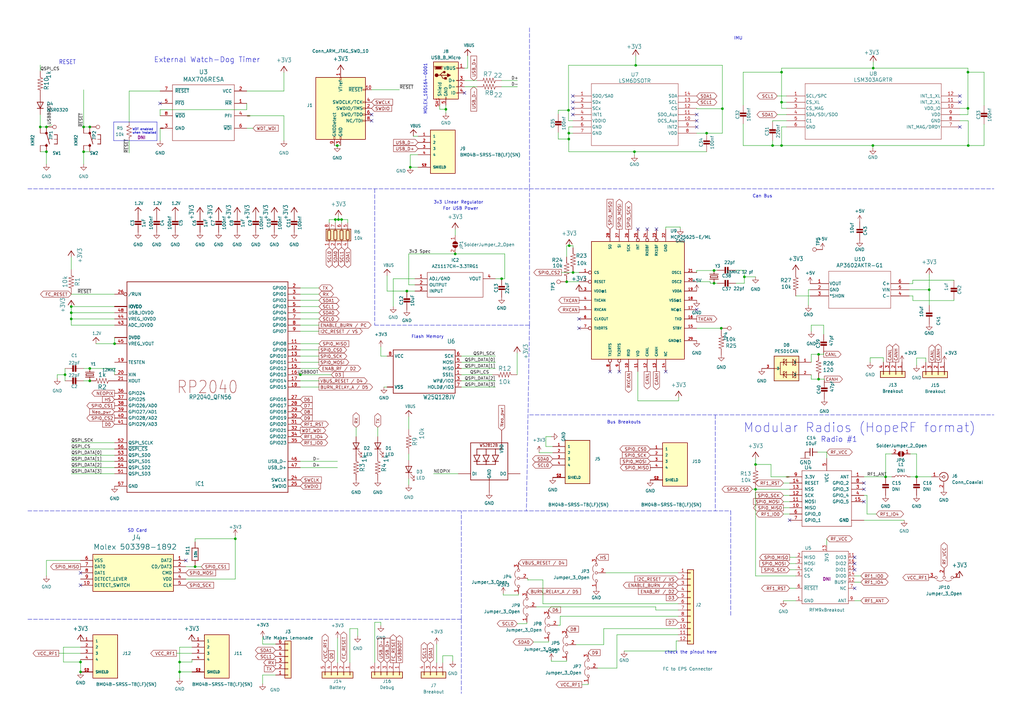
<source format=kicad_sch>
(kicad_sch (version 20231120) (generator "eeschema") (generator_version "8.0")
  (paper "A3")
  (junction (at 260.731 26.797))
  (junction (at 233.299 54.61))
  (junction (at 16.51 52.07))
  (junction (at 232.41 115.57))
  (junction (at 335.7372 145.3388))
  (junction (at 123.19 153.67))
  (junction (at 358.013 59.69))
  (junction (at 19.05 62.23))
  (junction (at 33.02 271.526))
  (junction (at 375.92 195.58))
  (junction (at 397.002 44.45))
  (junction (at 320.548 29.591))
  (junction (at 33.0454 275.59))
  (junction (at 309.88 190.5))
  (junction (at 36.83 52.07))
  (junction (at 36.83 156.21))
  (junction (at 233.299 57.023))
  (junction (at 137.541 90.043))
  (junction (at 381.1016 118.8466))
  (junction (at 46.99 140.97))
  (junction (at 316.865 59.69))
  (junction (at 34.29 62.23))
  (junction (at 205.74 114.3))
  (junction (at 292.862 116.1796))
  (junction (at 29.21 130.81))
  (junction (at 397.129 59.69))
  (junction (at 292.862 110.9472))
  (junction (at 295.8338 134.62))
  (junction (at 96.52 220.98))
  (junction (at 80.01 232.41))
  (junction (at 166.878 119.38))
  (junction (at 29.21 125.73))
  (junction (at 34.29 52.07))
  (junction (at 305.308 113.5634))
  (junction (at 358.14 27.94))
  (junction (at 138.811 90.043))
  (junction (at 320.548 59.69))
  (junction (at 309.88 200.66))
  (junction (at 233.172 45.212))
  (junction (at 36.83 151.13))
  (junction (at 182.88 44.831))
  (junction (at 289.814 54.61))
  (junction (at 26.67 153.67))
  (junction (at 138.3284 59.69))
  (junction (at 19.05 52.07))
  (junction (at 397.002 29.591))
  (junction (at 235.0262 111.76))
  (junction (at 296.291 44.577))
  (junction (at 320.548 41.91))
  (junction (at 186.69 104.14))
  (junction (at 140.081 90.043))
  (junction (at 335.7372 155.4988))
  (junction (at 73.66 271.526))
  (junction (at 168.275 68.58))
  (junction (at 233.4514 100.7618))
  (junction (at 363.22 195.58))
  (junction (at 260.223 62.23))
  (junction (at 73.66 275.59))
  (junction (at 29.21 128.27))
  (no_connect (at 237.49 134.62))
  (no_connect (at 354.33 200.66))
  (no_connect (at 350.52 228.6))
  (no_connect (at 265.43 93.98))
  (no_connect (at 65.659 42.418))
  (no_connect (at 234.95 41.91))
  (no_connect (at 152.4 49.53))
  (no_connect (at 350.52 231.14))
  (no_connect (at 323.85 213.36))
  (no_connect (at 273.05 152.4))
  (no_connect (at 250.19 152.4))
  (no_connect (at 350.52 241.3))
  (no_connect (at 354.33 205.74))
  (no_connect (at 354.33 198.12))
  (no_connect (at 33.02 240.03))
  (no_connect (at 254 152.4))
  (no_connect (at 237.49 130.81))
  (no_connect (at 152.4 46.99))
  (no_connect (at 190.5 38.1))
  (no_connect (at 285.75 52.07))
  (no_connect (at 76.2 229.87))
  (no_connect (at 393.7 52.07))
  (no_connect (at 350.52 233.68))
  (no_connect (at 234.95 46.99))
  (no_connect (at 285.75 127))
  (no_connect (at 393.7 39.37))
  (no_connect (at 33.02 234.95))
  (no_connect (at 269.24 93.98))
  (no_connect (at 234.95 44.45))
  (no_connect (at 285.75 49.53))
  (no_connect (at 261.62 93.98))
  (no_connect (at 393.7 41.91))
  (no_connect (at 285.75 46.99))
  (no_connect (at 234.95 39.37))
  (wire (pts (xy 205.74 33.02) (xy 212.217 33.02)))
  (wire (pts (xy 203.2 148.59) (xy 189.23 148.59)))
  (polyline (pts (xy 217.17 77.47) (xy 407.67 77.47)) (stroke (width 0) (type dash)))
  (wire (pts (xy 80.01 220.98) (xy 80.01 222.25)))
  (wire (pts (xy 397.002 27.94) (xy 397.002 29.591)))
  (wire (pts (xy 316.865 57.658) (xy 316.865 59.69)))
  (wire (pts (xy 326.39 241.3) (xy 323.85 241.3)))
  (wire (pts (xy 403.606 43.307) (xy 403.606 29.591)))
  (wire (pts (xy 221.107 185.674) (xy 226.695 185.674)))
  (wire (pts (xy 323.85 205.74) (xy 321.31 205.74)))
  (wire (pts (xy 80.01 232.41) (xy 76.2 232.41)))
  (wire (pts (xy 316.865 49.53) (xy 322.58 49.53)))
  (wire (pts (xy 167.64 104.14) (xy 186.69 104.14)))
  (wire (pts (xy 154.94 175.26) (xy 154.94 179.07)))
  (wire (pts (xy 180.34 44.831) (xy 182.88 44.831)))
  (wire (pts (xy 260.731 22.987) (xy 260.731 26.797)))
  (wire (pts (xy 223.901 183.134) (xy 223.901 179.07)))
  (wire (pts (xy 321.31 210.82) (xy 323.85 210.82)))
  (wire (pts (xy 179.07 264.16) (xy 179.07 271.78)))
  (wire (pts (xy 29.21 194.31) (xy 46.99 194.31)))
  (wire (pts (xy 393.7 49.53) (xy 397.129 49.53)))
  (wire (pts (xy 379.73 146.8374) (xy 379.73 148.59)))
  (wire (pts (xy 207.01 114.3) (xy 205.74 114.3)))
  (wire (pts (xy 292.862 110.9472) (xy 285.7246 110.9472)))
  (wire (pts (xy 337.82 133.35) (xy 332.74 133.35)))
  (wire (pts (xy 228.981 45.212) (xy 233.172 45.212)))
  (wire (pts (xy 373.38 186.182) (xy 375.92 186.182)))
  (wire (pts (xy 393.7 44.45) (xy 397.002 44.45)))
  (wire (pts (xy 167.64 104.14) (xy 167.64 116.84)))
  (wire (pts (xy 304.8 50.8) (xy 304.8 59.69)))
  (wire (pts (xy 226.1362 271.2466) (xy 232.3846 271.2466)))
  (wire (pts (xy 29.21 189.23) (xy 46.99 189.23)))
  (wire (pts (xy 358.013 59.69) (xy 358.013 60.706)))
  (wire (pts (xy 226.695 183.134) (xy 223.901 183.134)))
  (wire (pts (xy 397.002 27.94) (xy 358.14 27.94)))
  (wire (pts (xy 337.82 137.16) (xy 337.82 133.35)))
  (wire (pts (xy 39.37 140.97) (xy 46.99 140.97)))
  (wire (pts (xy 247.5992 257.81) (xy 278.13 257.81)))
  (wire (pts (xy 233.172 26.797) (xy 260.731 26.797)))
  (wire (pts (xy 123.19 146.05) (xy 130.81 146.05)))
  (wire (pts (xy 206.4004 243.4844) (xy 206.4004 244.0432)))
  (wire (pts (xy 26.035 271.526) (xy 33.02 271.526)))
  (wire (pts (xy 285.75 54.61) (xy 289.814 54.61)))
  (wire (pts (xy 320.548 29.591) (xy 320.548 41.91)))
  (wire (pts (xy 158.75 119.38) (xy 166.878 119.38)))
  (wire (pts (xy 33.02 265.43) (xy 26.035 265.43)))
  (polyline (pts (xy 217.17 11.43) (xy 217.17 77.47)) (stroke (width 0) (type dash)))
  (wire (pts (xy 73.66 271.526) (xy 78.74 271.526)))
  (wire (pts (xy 123.19 128.27) (xy 130.81 128.27)))
  (wire (pts (xy 316.865 50.038) (xy 316.865 49.53)))
  (wire (pts (xy 222.6818 237.8456) (xy 222.6818 247.65)))
  (wire (pts (xy 34.29 36.83) (xy 34.29 52.07)))
  (wire (pts (xy 372.9228 118.8466) (xy 381.1016 118.8466)))
  (wire (pts (xy 65.659 52.578) (xy 65.659 57.658)))
  (wire (pts (xy 365.76 186.182) (xy 363.22 186.182)))
  (wire (pts (xy 381.1016 118.8466) (xy 381.1016 125.222)))
  (wire (pts (xy 187.96 194.31) (xy 177.8 194.31)))
  (wire (pts (xy 158.75 113.03) (xy 158.75 119.38)))
  (wire (pts (xy 375.92 195.58) (xy 382.016 195.58)))
  (polyline (pts (xy 153.67 133.35) (xy 217.17 133.35)) (stroke (width 0) (type dash)))
  (wire (pts (xy 216.535 237.8456) (xy 222.6818 237.8456)))
  (wire (pts (xy 182.88 44.831) (xy 182.88 43.18)))
  (wire (pts (xy 261.62 152.4) (xy 261.62 164.4142)))
  (wire (pts (xy 153.67 255.27) (xy 156.21 255.27)))
  (wire (pts (xy 304.8 43.18) (xy 304.8 29.591)))
  (wire (pts (xy 375.92 146.8374) (xy 379.73 146.8374)))
  (wire (pts (xy 309.88 200.66) (xy 309.88 236.22)))
  (wire (pts (xy 316.23 195.58) (xy 316.23 190.5)))
  (wire (pts (xy 261.62 164.4142) (xy 278.3332 164.4142)))
  (wire (pts (xy 46.99 138.43) (xy 46.99 140.97)))
  (wire (pts (xy 96.52 219.71) (xy 96.52 220.98)))
  (wire (pts (xy 320.548 27.94) (xy 320.548 29.591)))
  (wire (pts (xy 355.6 203.2) (xy 355.6 210.82)))
  (wire (pts (xy 140.081 90.043) (xy 138.811 90.043)))
  (wire (pts (xy 142.621 90.043) (xy 140.081 90.043)))
  (wire (pts (xy 277.3172 267.0048) (xy 277.3172 262.89)))
  (wire (pts (xy 206.4004 244.0432) (xy 212.6488 244.0432)))
  (wire (pts (xy 391.2616 122.682) (xy 391.2616 123.2662)))
  (wire (pts (xy 245.0592 274.0152) (xy 253.0348 274.0152)))
  (wire (pts (xy 182.88 44.831) (xy 182.88 46.355)))
  (wire (pts (xy 123.19 143.51) (xy 130.81 143.51)))
  (wire (pts (xy 189.23 153.67) (xy 201.93 153.67)))
  (wire (pts (xy 397.002 44.45) (xy 397.002 46.99)))
  (wire (pts (xy 16.51 62.23) (xy 19.05 62.23)))
  (wire (pts (xy 374.4214 121.3866) (xy 374.4214 123.2662)))
  (wire (pts (xy 169.545 55.88) (xy 169.545 55.753)))
  (wire (pts (xy 375.92 186.182) (xy 375.92 195.58)))
  (wire (pts (xy 279.019 93.1164) (xy 273.05 93.1164)))
  (wire (pts (xy 301.8028 116.1796) (xy 305.308 116.1796)))
  (wire (pts (xy 323.85 195.58) (xy 316.23 195.58)))
  (wire (pts (xy 403.606 29.591) (xy 397.002 29.591)))
  (wire (pts (xy 374.396 114.9096) (xy 391.2616 114.9096)))
  (wire (pts (xy 216.535 237.871) (xy 216.535 237.8456)))
  (wire (pts (xy 137.541 90.043) (xy 137.541 91.313)))
  (wire (pts (xy 212.1662 255.778) (xy 216.1032 255.778)))
  (wire (pts (xy 374.396 116.3066) (xy 374.396 114.9096)))
  (wire (pts (xy 326.3646 121.3866) (xy 332.2828 121.3866)))
  (wire (pts (xy 46.99 151.13) (xy 46.99 153.67)))
  (wire (pts (xy 339.09 220.98) (xy 339.09 223.52)))
  (wire (pts (xy 146.685 260.858) (xy 146.685 257.81)))
  (wire (pts (xy 255.9812 267.0048) (xy 277.3172 267.0048)))
  (wire (pts (xy 123.19 125.73) (xy 130.81 125.73)))
  (wire (pts (xy 205.74 35.56) (xy 212.217 35.56)))
  (wire (pts (xy 232.41 115.57) (xy 237.49 115.57)))
  (wire (pts (xy 233.299 52.07) (xy 233.299 54.61)))
  (wire (pts (xy 358.14 25.4) (xy 358.14 27.94)))
  (wire (pts (xy 253.0348 260.35) (xy 278.13 260.35)))
  (wire (pts (xy 73.66 275.59) (xy 78.74 275.59)))
  (wire (pts (xy 235.0262 111.76) (xy 237.49 111.76)))
  (wire (pts (xy 107.696 264.16) (xy 113.03 264.16)))
  (wire (pts (xy 135.001 90.043) (xy 135.001 91.313)))
  (wire (pts (xy 320.548 27.94) (xy 358.14 27.94)))
  (wire (pts (xy 292.862 110.8202) (xy 292.862 110.9472)))
  (wire (pts (xy 305.308 110.8202) (xy 305.308 113.5634)))
  (wire (pts (xy 304.8 59.69) (xy 316.865 59.69)))
  (wire (pts (xy 309.88 200.66) (xy 323.85 200.66)))
  (wire (pts (xy 268.986 248.92) (xy 268.986 250.19)))
  (wire (pts (xy 335.7372 155.4988) (xy 332.74 155.4988)))
  (wire (pts (xy 78.74 262.8646) (xy 78.6384 262.8646)))
  (wire (pts (xy 203.2 158.75) (xy 189.23 158.75)))
  (wire (pts (xy 372.9228 121.3866) (xy 374.4214 121.3866)))
  (polyline (pts (xy 46.609 50.038) (xy 64.389 50.038)))
  (wire (pts (xy 116.459 47.498) (xy 116.459 57.658)))
  (wire (pts (xy 323.85 203.2) (xy 321.31 203.2)))
  (wire (pts (xy 233.299 54.61) (xy 234.95 54.61)))
  (wire (pts (xy 285.7246 111.76) (xy 285.75 111.76)))
  (wire (pts (xy 130.81 120.65) (xy 123.19 120.65)))
  (wire (pts (xy 33.0454 271.526) (xy 33.0454 275.59)))
  (wire (pts (xy 167.64 186.182) (xy 167.64 188.722)))
  (polyline (pts (xy 46.609 57.658) (xy 46.609 50.038)))
  (wire (pts (xy 29.21 133.35) (xy 29.21 130.81)))
  (wire (pts (xy 156.21 142.24) (xy 156.21 146.05)))
  (wire (pts (xy 116.459 37.338) (xy 116.459 29.718)))
  (wire (pts (xy 185.674 268.986) (xy 185.674 271.145)))
  (wire (pts (xy 181.61 271.78) (xy 181.61 268.986)))
  (wire (pts (xy 46.99 128.27) (xy 29.21 128.27)))
  (wire (pts (xy 29.21 191.77) (xy 46.99 191.77)))
  (wire (pts (xy 397.129 49.53) (xy 397.129 59.69)))
  (wire (pts (xy 285.75 44.577) (xy 285.75 44.45)))
  (wire (pts (xy 123.19 140.97) (xy 130.81 140.97)))
  (wire (pts (xy 121.92 153.67) (xy 123.19 153.67)))
  (wire (pts (xy 335.7372 145.3388) (xy 332.74 145.3388)))
  (wire (pts (xy 29.21 105.41) (xy 29.21 110.49)))
  (wire (pts (xy 167.64 196.342) (xy 167.64 198.882)))
  (wire (pts (xy 103.759 52.578) (xy 101.219 52.578)))
  (wire (pts (xy 152.4 36.83) (xy 163.83 36.83)))
  (wire (pts (xy 223.901 179.07) (xy 226.06 179.07)))
  (wire (pts (xy 156.21 255.27) (xy 156.21 256.54)))
  (polyline (pts (xy 217.17 133.35) (xy 217.17 77.47)) (stroke (width 0) (type dash)))
  (wire (pts (xy 278.13 247.65) (xy 222.6818 247.65)))
  (wire (pts (xy 232.41 115.57) (xy 232.3846 115.57)))
  (wire (pts (xy 181.61 268.986) (xy 185.674 268.986)))
  (polyline (pts (xy 11.43 209.55) (xy 217.17 209.55)) (stroke (width 0) (type dash)))
  (wire (pts (xy 16.51 29.21) (xy 16.51 26.67)))
  (wire (pts (xy 294.1828 110.8202) (xy 292.862 110.8202)))
  (wire (pts (xy 19.05 52.07) (xy 16.51 52.07)))
  (wire (pts (xy 363.22 186.182) (xy 363.22 195.58)))
  (wire (pts (xy 78.74 270.51) (xy 78.74 271.526)))
  (wire (pts (xy 73.66 271.526) (xy 73.66 275.59)))
  (wire (pts (xy 36.83 151.13) (xy 34.29 151.13)))
  (wire (pts (xy 130.556 151.13) (xy 123.19 151.13)))
  (wire (pts (xy 273.05 93.1164) (xy 273.05 93.98)))
  (wire (pts (xy 212.09 144.78) (xy 212.09 153.67)))
  (wire (pts (xy 230.3018 111.76) (xy 235.0262 111.76)))
  (wire (pts (xy 391.2616 114.9096) (xy 391.2616 115.062)))
  (wire (pts (xy 224.9932 263.3218) (xy 224.9932 262.8138)))
  (wire (pts (xy 268.986 250.19) (xy 278.13 250.19)))
  (wire (pts (xy 339.09 185.42) (xy 335.28 185.42)))
  (wire (pts (xy 226.1362 270.6878) (xy 226.1362 271.2466)))
  (wire (pts (xy 233.299 54.61) (xy 233.299 57.023)))
  (wire (pts (xy 285.75 44.577) (xy 296.291 44.577)))
  (wire (pts (xy 207.01 104.14) (xy 207.01 114.3)))
  (polyline (pts (xy 11.43 77.47) (xy 217.17 77.47)) (stroke (width 0) (type dash)))
  (wire (pts (xy 24.13 267.97) (xy 33.02 267.97)))
  (wire (pts (xy 116.459 37.338) (xy 101.219 37.338)))
  (polyline (pts (xy 189.23 254) (xy 189.23 209.55)) (stroke (width 0) (type dash)))
  (wire (pts (xy 137.16 59.69) (xy 138.3284 59.69)))
  (wire (pts (xy 228.981 57.023) (xy 233.299 57.023)))
  (wire (pts (xy 292.862 116.0272) (xy 292.862 116.1796)))
  (wire (pts (xy 73.66 265.43) (xy 73.66 271.526)))
  (wire (pts (xy 301.8028 110.8202) (xy 305.308 110.8202)))
  (wire (pts (xy 123.19 130.81) (xy 130.81 130.81)))
  (polyline (pts (xy 293.37 170.18) (xy 293.37 209.55)) (stroke (width 0) (type dash)))
  (wire (pts (xy 296.291 54.61) (xy 296.291 44.577)))
  (wire (pts (xy 65.659 37.338) (xy 52.959 37.338)))
  (wire (pts (xy 219.9132 248.92) (xy 268.986 248.92)))
  (wire (pts (xy 331.5716 125.222) (xy 331.5716 118.8466)))
  (wire (pts (xy 304.8 29.591) (xy 320.548 29.591)))
  (polyline (pts (xy 153.67 77.47) (xy 153.67 133.35)) (stroke (width 0) (type dash)))
  (wire (pts (xy 123.19 123.19) (xy 130.81 123.19)))
  (wire (pts (xy 52.959 37.338) (xy 52.959 50.038)))
  (wire (pts (xy 186.69 104.14) (xy 207.01 104.14)))
  (wire (pts (xy 218.7448 263.3218) (xy 224.9932 263.3218)))
  (wire (pts (xy 337.82 144.78) (xy 337.82 145.3388)))
  (wire (pts (xy 29.21 130.81) (xy 29.21 128.27)))
  (wire (pts (xy 233.299 62.23) (xy 260.223 62.23)))
  (wire (pts (xy 397.129 59.69) (xy 358.013 59.69)))
  (wire (pts (xy 78.74 262.89) (xy 78.74 262.8646)))
  (wire (pts (xy 168.275 63.5) (xy 168.275 68.58)))
  (wire (pts (xy 233.172 49.53) (xy 233.172 45.212)))
  (wire (pts (xy 260.223 62.23) (xy 260.223 63.627)))
  (polyline (pts (xy 299.72 209.55) (xy 299.72 252.73)) (stroke (width 0) (type dash)))
  (wire (pts (xy 318.77 39.37) (xy 322.58 39.37)))
  (wire (pts (xy 236.1946 264.3886) (xy 247.5992 264.3886)))
  (wire (pts (xy 73.66 265.43) (xy 78.74 265.43)))
  (wire (pts (xy 229.743 256.4638) (xy 229.743 252.73)))
  (polyline (pts (xy 217.17 170.18) (xy 407.67 170.18)) (stroke (width 0) (type dash)))
  (wire (pts (xy 167.64 116.84) (xy 170.18 116.84)))
  (wire (pts (xy 123.19 133.35) (xy 130.81 133.35)))
  (wire (pts (xy 123.19 156.21) (xy 130.81 156.21)))
  (wire (pts (xy 241.2492 280.7462) (xy 241.2492 280.3652)))
  (wire (pts (xy 332.74 133.35) (xy 332.74 135.89)))
  (wire (pts (xy 397.002 44.45) (xy 397.002 29.591)))
  (wire (pts (xy 216.4588 237.871) (xy 216.4588 237.1852)))
  (wire (pts (xy 161.29 125.73) (xy 161.29 114.3)))
  (wire (pts (xy 146.685 257.81) (xy 143.51 257.81)))
  (wire (pts (xy 123.19 153.67) (xy 135.89 153.67)))
  (wire (pts (xy 212.6488 244.0432) (xy 212.6488 243.5352)))
  (wire (pts (xy 33.02 229.87) (xy 19.05 229.87)))
  (wire (pts (xy 381.1016 112.522) (xy 381.1016 118.8466)))
  (wire (pts (xy 76.2 237.49) (xy 96.52 237.49)))
  (wire (pts (xy 190.5 27.94) (xy 191.77 27.94)))
  (wire (pts (xy 354.33 213.36) (xy 370.84 213.36)))
  (wire (pts (xy 36.83 62.23) (xy 34.29 62.23)))
  (wire (pts (xy 72.39 267.97) (xy 78.74 267.97)))
  (wire (pts (xy 247.5992 264.3886) (xy 247.5992 257.81)))
  (wire (pts (xy 285.75 115.57) (xy 291.2872 115.57)))
  (wire (pts (xy 232.3846 105.41) (xy 232.3846 100.7618)))
  (wire (pts (xy 374.4214 123.2662) (xy 391.2616 123.2662)))
  (wire (pts (xy 189.23 156.21) (xy 203.2 156.21)))
  (wire (pts (xy 285.75 134.62) (xy 295.8338 134.62)))
  (wire (pts (xy 353.06 246.38) (xy 350.52 246.38)))
  (wire (pts (xy 321.31 246.38) (xy 326.39 246.38)))
  (wire (pts (xy 403.606 50.927) (xy 403.606 59.69)))
  (wire (pts (xy 33.02 262.89) (xy 33.0454 262.89)))
  (wire (pts (xy 305.308 113.5634) (xy 305.308 116.1796)))
  (wire (pts (xy 296.291 44.577) (xy 296.291 26.797)))
  (wire (pts (xy 294.1828 116.1796) (xy 292.862 116.1796)))
  (wire (pts (xy 354.33 195.58) (xy 363.22 195.58)))
  (wire (pts (xy 289.814 62.23) (xy 260.223 62.23)))
  (wire (pts (xy 186.69 93.98) (xy 186.69 96.52)))
  (wire (pts (xy 26.035 265.43) (xy 26.035 271.526)))
  (wire (pts (xy 228.981 54.356) (xy 228.981 57.023)))
  (wire (pts (xy 323.85 208.28) (xy 321.31 208.28)))
  (wire (pts (xy 33.02 270.51) (xy 33.02 271.526)))
  (wire (pts (xy 234.95 52.07) (xy 233.299 52.07)))
  (wire (pts (xy 189.23 146.05) (xy 203.2 146.05)))
  (wire (pts (xy 138.43 261.62) (xy 138.43 271.78)))
  (wire (pts (xy 29.21 128.27) (xy 29.21 125.73)))
  (wire (pts (xy 234.95 49.53) (xy 233.172 49.53)))
  (wire (pts (xy 52.959 57.658) (xy 52.959 62.738)))
  (wire (pts (xy 322.58 52.07) (xy 320.548 52.07)))
  (wire (pts (xy 123.19 158.75) (xy 130.81 158.75)))
  (polyline (pts (xy 64.389 57.658) (xy 46.609 57.658)))
  (polyline (pts (xy 64.389 50.038) (xy 64.389 57.658)))
  (wire (pts (xy 322.58 44.45) (xy 320.548 44.45)))
  (wire (pts (xy 19.05 229.87) (xy 19.05 236.22)))
  (wire (pts (xy 372.9228 116.3066) (xy 374.396 116.3066)))
  (wire (pts (xy 233.299 57.023) (xy 233.299 62.23)))
  (wire (pts (xy 34.29 52.07) (xy 36.83 52.07)))
  (wire (pts (xy 353.06 238.76) (xy 350.52 238.76)))
  (wire (pts (xy 316.23 190.5) (xy 309.88 190.5)))
  (wire (pts (xy 46.99 184.15) (xy 29.21 184.15)))
  (wire (pts (xy 326.39 228.6) (xy 323.85 228.6)))
  (wire (pts (xy 221.107 185.547) (xy 221.107 185.674)))
  (wire (pts (xy 46.99 125.73) (xy 29.21 125.73)))
  (polyline (pts (xy 189.23 254) (xy 189.23 284.48)) (stroke (width 0) (type dash)))
  (wire (pts (xy 320.548 59.69) (xy 358.013 59.69)))
  (polyline (pts (xy 11.43 254) (xy 189.23 254)) (stroke (width 0) (type dash)))
  (wire (pts (xy 332.74 148.59) (xy 332.74 145.3388)))
  (wire (pts (xy 46.99 133.35) (xy 29.21 133.35)))
  (wire (pts (xy 233.172 45.212) (xy 233.172 26.797)))
  (wire (pts (xy 320.548 52.07) (xy 320.548 59.69)))
  (wire (pts (xy 101.219 47.498) (xy 116.459 47.498)))
  (wire (pts (xy 228.981 46.736) (xy 228.981 45.212)))
  (wire (pts (xy 46.99 181.61) (xy 29.21 181.61)))
  (wire (pts (xy 123.19 118.11) (xy 130.81 118.11)))
  (wire (pts (xy 142.621 91.313) (xy 142.621 90.043)))
  (wire (pts (xy 238.6584 280.7462) (xy 241.2492 280.7462)))
  (wire (pts (xy 260.731 26.797) (xy 296.291 26.797)))
  (wire (pts (xy 96.52 220.98) (xy 96.52 237.49)))
  (wire (pts (xy 171.45 55.88) (xy 169.545 55.88)))
  (wire (pts (xy 337.82 145.3388) (xy 335.7372 145.3388)))
  (wire (pts (xy 46.99 130.81) (xy 29.21 130.81)))
  (wire (pts (xy 166.878 119.38) (xy 170.18 119.38)))
  (wire (pts (xy 180.34 44.831) (xy 180.34 43.18)))
  (wire (pts (xy 101.219 44.958) (xy 101.219 42.418)))
  (wire (pts (xy 373.38 195.58) (xy 375.92 195.58)))
  (wire (pts (xy 338.0994 155.9814) (xy 338.0994 155.4988)))
  (wire (pts (xy 138.811 88.773) (xy 138.811 90.043)))
  (wire (pts (xy 353.06 236.22) (xy 350.52 236.22)))
  (wire (pts (xy 65.659 44.958) (xy 101.219 44.958)))
  (wire (pts (xy 107.696 276.86) (xy 107.696 280.416)))
  (wire (pts (xy 362.331 146.7358) (xy 362.331 148.4884)))
  (wire (pts (xy 191.77 27.94) (xy 191.77 22.86)))
  (wire (pts (xy 16.51 46.99) (xy 16.51 52.07)))
  (wire (pts (xy 393.7 46.99) (xy 397.002 46.99)))
  (polyline (pts (xy 217.17 209.55) (xy 299.72 209.55)) (stroke (width 0) (type dash)))
  (wire (pts (xy 96.52 220.98) (xy 80.01 220.98)))
  (wire (pts (xy 289.814 54.61) (xy 296.291 54.61)))
  (wire (pts (xy 190.5 33.02) (xy 195.58 33.02)))
  (wire (pts (xy 355.6 210.82) (xy 359.41 210.82)))
  (wire (pts (xy 285.7246 110.9472) (xy 285.7246 111.76)))
  (wire (pts (xy 34.29 156.21) (xy 36.83 156.21)))
  (wire (pts (xy 189.23 151.13) (xy 203.2 151.13)))
  (wire (pts (xy 107.696 261.366) (xy 107.696 264.16)))
  (wire (pts (xy 168.275 68.58) (xy 171.45 68.58)))
  (wire (pts (xy 309.88 236.22) (xy 326.39 236.22)))
  (wire (pts (xy 33.02 271.526) (xy 33.0454 271.526)))
  (wire (pts (xy 19.05 62.23) (xy 19.05 67.31)))
  (wire (pts (xy 323.85 198.12) (xy 321.31 198.12)))
  (wire (pts (xy 229.743 252.73) (xy 278.13 252.73)))
  (wire (pts (xy 253.0348 274.0152) (xy 253.0348 260.35)))
  (wire (pts (xy 46.99 120.65) (xy 29.21 120.65)))
  (wire (pts (xy 375.92 146.8374) (xy 375.92 149.86)))
  (wire (pts (xy 320.548 41.91) (xy 320.548 44.45)))
  (wire (pts (xy 277.3172 262.89) (xy 278.13 262.89)))
  (wire (pts (xy 278.13 234.95) (xy 248.3866 234.95)))
  (wire (pts (xy 232.3846 271.2466) (xy 232.3846 270.7386)))
  (wire (pts (xy 137.541 90.043) (xy 135.001 90.043)))
  (wire (pts (xy 308.61 200.66) (xy 309.88 200.66)))
  (wire (pts (xy 26.67 153.67) (xy 26.67 156.21)))
  (wire (pts (xy 326.39 231.14) (xy 323.85 231.14)))
  (wire (pts (xy 339.09 185.42) (xy 339.09 187.96)))
  (wire (pts (xy 403.606 59.69) (xy 397.129 59.69)))
  (wire (pts (xy 295.8338 134.62) (xy 295.8338 135.382)))
  (wire (pts (xy 29.21 186.69) (xy 46.99 186.69)))
  (wire (pts (xy 123.19 189.23) (xy 138.43 189.23)))
  (wire (pts (xy 291.2872 115.57) (xy 291.2872 116.1796)))
  (wire (pts (xy 82.55 232.41) (xy 80.01 232.41)))
  (wire (pts (xy 356.87 146.7358) (xy 362.331 146.7358)))
  (wire (pts (xy 23.495 153.67) (xy 26.67 153.67)))
  (wire (pts (xy 216.4588 237.871) (xy 216.535 237.871)))
  (wire (pts (xy 113.03 276.86) (xy 107.696 276.86)))
  (wire (pts (xy 158.75 158.75) (xy 157.48 158.75)))
  (wire (pts (xy 316.865 59.69) (xy 320.548 59.69)))
  (wire (pts (xy 138.3284 59.69) (xy 139.7 59.69)))
  (wire (pts (xy 338.0994 155.4988) (xy 335.7372 155.4988)))
  (wire (pts (xy 279.019 93.8022) (xy 279.019 93.1164)))
  (wire (pts (xy 123.19 148.59) (xy 130.81 148.59)))
  (wire (pts (xy 65.659 47.498) (xy 65.659 44.958)))
  (wire (pts (xy 305.308 113.5634) (xy 309.88 113.5634)))
  (wire (pts (xy 190.5 35.56) (xy 195.58 35.56)))
  (polyline (pts (xy 217.17 133.35) (xy 215.9 209.55)) (stroke (width 0) (type dash)))
  (wire (pts (xy 331.5716 118.8466) (xy 332.2828 118.8466)))
  (wire (pts (xy 26.67 151.13) (xy 26.67 153.67)))
  (wire (pts (xy 23.495 155.194) (xy 23.495 153.67)))
  (wire (pts (xy 332.74 153.67) (xy 332.74 155.4988)))
  (wire (pts (xy 158.75 146.05) (xy 156.21 146.05)))
  (wire (pts (xy 161.29 114.3) (xy 170.18 114.3)))
  (wire (pts (xy 322.58 41.91) (xy 320.548 41.91)))
  (wire (pts (xy 326.39 233.68) (xy 323.85 233.68)))
  (wire (pts (xy 21.209 51.181) (xy 19.05 52.07)))
  (wire (pts (xy 205.74 114.3) (xy 203.2 114.3)))
  (wire (pts (xy 167.64 176.022) (xy 167.64 170.942)))
  (wire (pts (xy 233.4514 100.7618) (xy 235.0262 100.7618)))
  (wire (pts (xy 232.3846 100.7618) (xy 233.4514 100.7618)))
  (wire (pts (xy 123.19 135.89) (xy 130.81 135.89)))
  (wire (pts (xy 216.1032 255.27) (xy 216.1032 255.778)))
  (wire (pts (xy 171.45 63.5) (xy 168.275 63.5)))
  (wire (pts (xy 235.0262 100.7618) (xy 235.0262 101.6)))
  (wire (pts (xy 34.29 67.31) (xy 34.29 62.23)))
  (wire (pts (xy 73.66 275.59) (xy 73.66 278.13)))
  (wire (pts (xy 140.081 91.313) (xy 140.081 90.043)))
  (wire (pts (xy 278.3332 164.4142) (xy 278.3332 162.941)))
  (wire (pts (xy 143.51 257.81) (xy 143.51 271.78)))
  (wire (pts (xy 309.88 190.5) (xy 309.88 187.96)))
  (wire (pts (xy 123.19 191.77) (xy 138.43 191.77)))
  (wire (pts (xy 354.33 203.2) (xy 355.6 203.2)))
  (wire (pts (xy 318.77 46.99) (xy 322.58 46.99)))
  (wire (pts (xy 33.02 275.59) (xy 33.0454 275.59)))
  (wire (pts (xy 36.83 151.13) (xy 46.99 151.13)))
  (wire (pts (xy 291.2872 116.1796) (xy 292.862 116.1796)))
  (wire (pts (xy 228.8032 256.4638) (xy 229.743 256.4638)))
  (wire (pts (xy 146.05 175.26) (xy 146.05 179.07)))
  (wire (pts (xy 138.811 90.043) (xy 137.541 90.043)))
  (wire (pts (xy 363.22 195.58) (xy 365.76 195.58)))
  (wire (pts (xy 356.87 146.7358) (xy 356.87 148.59)))
  (wire (pts (xy 153.67 271.78) (xy 153.67 255.27)))
  (text "Bus Breakouts" (at 248.92 173.99 0) (effects (font (size 1.27 1.27)) (justify left bottom)))
  (text "3v3 Linear Regulator" (at 177.8 83.82 0) (effects (font (size 1.27 1.27)) (justify left bottom)))
  (text "Can Bus" (at 308.61 81.28 0) (effects (font (size 1.27 1.27)) (justify left bottom)))
  (text "Radio #1" (at 336.55 181.61 0) (effects (font (size 2.159 2.159)) (justify left bottom)))
  (text "Modular Radios (HopeRF format)" (at 304.8 177.8 0) (effects (font (size 3.81 3.81)) (justify left bottom)))
  (text "For USB Power\n" (at 181.61 86.36 0) (effects (font (size 1.27 1.27)) (justify left bottom)))
  (text "MOLEX_105164-0001" (at 175.26 46.99 90) (effects (font (size 1.27 1.27)) (justify left bottom)))
  (text "check the pinout here\n" (at 272.542 268.351 0) (effects (font (size 1.27 1.27)) (justify left bottom)))
  (text "RESET" (at 24.13 26.67 0) (effects (font (size 1.778 1.5113)) (justify left bottom)))
  (text "IMU\n" (at 300.99 16.51 0) (effects (font (size 1.27 1.27)) (justify left bottom)))
  (text "Flash Memory" (at 168.656 138.938 0) (effects (font (size 1.27 1.27)) (justify left bottom)))
  (text "WDT enabled\nwhen installed" (at 54.229 55.118 0) (effects (font (size 0.889 0.889)) (justify left bottom)))
  (text "External Watch-Dog Timer" (at 63.119 25.908 0) (effects (font (size 2.159 2.159)) (justify left bottom)))
  (text "SD Card" (at 52.324 218.44 0) (effects (font (size 1.27 1.27)) (justify left bottom)))
  (label "QSPI_DATA[3]" (at 203.2 158.75 180) (effects (font (size 1.2446 1.2446))))
  (label "D+" (at 209.677 33.02 0) (effects (font (size 1.2446 1.2446))))
  (label "QSPI_DATA[3]" (at 29.21 194.31 0) (effects (font (size 1.2446 1.2446))))
  (label "QSPI_CS" (at 16.51 29.21 0) (effects (font (size 1.2446 1.2446))))
  (label "D-" (at 209.677 35.56 0) (effects (font (size 1.2446 1.2446))))
  (label "QSPI_DATA[2]" (at 29.21 191.77 0) (effects (font (size 1.2446 1.2446))))
  (label "QSPI_CS" (at 200.66 153.67 180) (effects (font (size 1.2446 1.2446))))
  (label "QSPI_DATA[0]" (at 29.21 186.69 0) (effects (font (size 1.2446 1.2446))))
  (label "QSPI_DATA[2]" (at 203.2 156.21 180) (effects (font (size 1.2446 1.2446))))
  (label "QSPI_DATA[1]" (at 29.21 189.23 0) (effects (font (size 1.2446 1.2446))))
  (label "NEOPIX" (at 177.8 194.31 0) (effects (font (size 1.2446 1.2446))))
  (label "3v3 Spec" (at 167.64 104.14 0))
  (label "QSPI_DATA[0]" (at 203.2 148.59 180) (effects (font (size 1.2446 1.2446))))
  (label "D-" (at 128.27 189.23 0) (effects (font (size 1.2446 1.2446))))
  (label "~{RESET}" (at 34.29 52.07 90) (effects (font (size 1.2446 1.2446))))
  (label "~{RESET}" (at 163.83 36.83 0) (effects (font (size 1.2446 1.2446))))
  (label "RF1_ANT" (at 355.6 195.58 0))
  (label "USBBOOT" (at 121.92 153.67 0) (effects (font (size 1.2446 1.2446))))
  (label "QSPI_SCK" (at 29.21 181.61 0) (effects (font (size 1.2446 1.2446))))
  (label "QSPI_DATA[1]" (at 203.2 151.13 180) (effects (font (size 1.2446 1.2446))))
  (label "QSPI_CS" (at 29.21 184.15 0) (effects (font (size 1.2446 1.2446))))
  (label "~{RESET}" (at 52.959 62.738 90) (effects (font (size 1.2446 1.2446))))
  (label "D+" (at 128.27 191.77 0) (effects (font (size 1.2446 1.2446))))
  (label "QSPI_SCK" (at 203.2 146.05 180) (effects (font (size 1.2446 1.2446))))
  (label "USBBOOT" (at 21.209 51.181 90) (effects (font (size 1.2446 1.2446))))
  (label "~{RESET}" (at 31.75 120.65 0) (effects (font (size 1.2446 1.2446))))
  (global_label "SDA0" (shape bidirectional) (at 226.695 188.214 180) (property "Intersheetrefs" "${INTERSHEET_REFS}" (effects (hide yes))))
  (global_label "SPI0_MISO" (shape output) (at 33.02 232.41 180) (property "Intersheetrefs" "${INTERSHEET_REFS}" (effects (hide yes))))
  (global_label "TX" (shape input) (at 113.03 274.32 180) (property "Intersheetrefs" "${INTERSHEET_REFS}" (effects (hide yes))))
  (global_label "SCL1" (shape bidirectional) (at 318.77 39.37 180) (property "Intersheetrefs" "${INTERSHEET_REFS}" (effects (hide yes))))
  (global_label "SCL0" (shape bidirectional) (at 212.1662 255.778 180) (property "Intersheetrefs" "${INTERSHEET_REFS}" (effects (hide yes))))
  (global_label "SPI0_CS0" (shape bidirectional) (at 308.61 200.66 180) (property "Intersheetrefs" "${INTERSHEET_REFS}" (effects (hide yes))))
  (global_label "SPI0_MISO" (shape input) (at 130.81 140.97 0) (property "Intersheetrefs" "${INTERSHEET_REFS}" (effects (hide yes))))
  (global_label "SDA1" (shape bidirectional) (at 130.81 123.19 0) (property "Intersheetrefs" "${INTERSHEET_REFS}" (effects (hide yes))))
  (global_label "SCL1" (shape bidirectional) (at 113.03 269.24 180) (property "Intersheetrefs" "${INTERSHEET_REFS}" (effects (hide yes))))
  (global_label "BURN_RELAY_A {slash} D5" (shape output) (at 130.81 158.75 0) (property "Intersheetrefs" "${INTERSHEET_REFS}" (effects (hide yes))))
  (global_label "RF1_IO0" (shape bidirectional) (at 353.06 236.22 0) (property "Intersheetrefs" "${INTERSHEET_REFS}" (effects (hide yes))))
  (global_label "SWDIO" (shape input) (at 152.4 44.45 0) (property "Intersheetrefs" "${INTERSHEET_REFS}" (effects (hide yes))))
  (global_label "CANH" (shape output) (at 384.81 148.59 90) (property "Intersheetrefs" "${INTERSHEET_REFS}" (effects (hide yes))))
  (global_label "CANL" (shape output) (at 364.871 148.4884 90) (property "Intersheetrefs" "${INTERSHEET_REFS}" (effects (hide yes))))
  (global_label "SPI0_MOSI" (shape input) (at 321.31 205.74 180) (property "Intersheetrefs" "${INTERSHEET_REFS}" (effects (hide yes))))
  (global_label "SPI0_CS1" (shape input) (at 82.55 232.41 0) (property "Intersheetrefs" "${INTERSHEET_REFS}" (effects (hide yes))))
  (global_label "D3" (shape input) (at 278.13 245.11 180) (property "Intersheetrefs" "${INTERSHEET_REFS}" (effects (hide yes))))
  (global_label "I2C_RESET {slash} VS" (shape output) (at 130.81 135.89 0) (property "Intersheetrefs" "${INTERSHEET_REFS}" (effects (hide yes))))
  (global_label "SCL0" (shape bidirectional) (at 130.81 130.81 0) (property "Intersheetrefs" "${INTERSHEET_REFS}" (effects (hide yes))))
  (global_label "D7" (shape input) (at 123.19 166.37 0) (property "Intersheetrefs" "${INTERSHEET_REFS}" (effects (hide yes))))
  (global_label "USB_D-" (shape input) (at 194.31 35.56 270) (property "Intersheetrefs" "${INTERSHEET_REFS}" (effects (hide yes))))
  (global_label "D3" (shape input) (at 135.89 153.67 0) (property "Intersheetrefs" "${INTERSHEET_REFS}" (effects (hide yes))))
  (global_label "SCL1" (shape bidirectional) (at 130.81 125.73 0) (property "Intersheetrefs" "${INTERSHEET_REFS}" (effects (hide yes))))
  (global_label "RF1_IO4" (shape bidirectional) (at 359.41 210.82 0) (property "Intersheetrefs" "${INTERSHEET_REFS}" (effects (hide yes))))
  (global_label "USBBOOT" (shape output) (at 163.83 271.78 90) (property "Intersheetrefs" "${INTERSHEET_REFS}" (effects (hide yes))))
  (global_label "RF1_RST" (shape bidirectional) (at 323.85 241.3 180) (property "Intersheetrefs" "${INTERSHEET_REFS}" (effects (hide yes))))
  (global_label "GND" (shape bidirectional) (at 101.219 47.498 0) (effects (font (size 0.254 0.254))) (property "Intersheetrefs" "${INTERSHEET_REFS}" (effects (hide yes))))
  (global_label "TX" (shape bidirectional) (at 154.94 175.26 90) (property "Intersheetrefs" "${INTERSHEET_REFS}" (effects (hide yes))))
  (global_label "SPI0_CS2" (shape output) (at 230.3018 111.76 180) (property "Intersheetrefs" "${INTERSHEET_REFS}" (effects (hide yes))))
  (global_label "CANL" (shape output) (at 265.43 152.4 270) (property "Intersheetrefs" "${INTERSHEET_REFS}" (effects (hide yes))))
  (global_label "RXCAN" (shape output) (at 257.81 152.4 270) (property "Intersheetrefs" "${INTERSHEET_REFS}" (effects (hide yes))))
  (global_label "VBUS_RESET {slash} D4" (shape output) (at 130.81 156.21 0) (property "Intersheetrefs" "${INTERSHEET_REFS}" (effects (hide yes))))
  (global_label "RF1_RST" (shape bidirectional) (at 123.19 173.99 0) (property "Intersheetrefs" "${INTERSHEET_REFS}" (effects (hide yes))))
  (global_label "TXCAN" (shape output) (at 285.75 130.81 0) (property "Intersheetrefs" "${INTERSHEET_REFS}" (effects (hide yes))))
  (global_label "RF_VCC" (shape bidirectional) (at 339.09 220.98 0) (property "Intersheetrefs" "${INTERSHEET_REFS}" (effects (hide yes))))
  (global_label "USB_D-" (shape input) (at 156.21 271.78 90) (property "Intersheetrefs" "${INTERSHEET_REFS}" (effects (hide yes))))
  (global_label "HS" (shape input) (at 46.99 163.83 180) (property "Intersheetrefs" "${INTERSHEET_REFS}" (effects (hide yes))))
  (global_label "SPI0_MISO" (shape output) (at 321.31 208.28 180) (property "Intersheetrefs" "${INTERSHEET_REFS}" (effects (hide yes))))
  (global_label "SPI0_MOSI" (shape output) (at 130.81 148.59 0) (property "Intersheetrefs" "${INTERSHEET_REFS}" (effects (hide yes))))
  (global_label "D9" (shape input) (at 123.19 171.45 0) (property "Intersheetrefs" "${INTERSHEET_REFS}" (effects (hide yes))))
  (global_label "RF1_IO0" (shape bidirectional) (at 321.31 210.82 180) (property "Intersheetrefs" "${INTERSHEET_REFS}" (effects (hide yes))))
  (global_label "USB_D+" (shape input) (at 194.31 33.02 90) (property "Intersheetrefs" "${INTERSHEET_REFS}" (effects (hide yes))))
  (global_label "SCL1" (shape bidirectional) (at 140.081 101.473 270) (property "Intersheetrefs" "${INTERSHEET_REFS}" (effects (hide yes))))
  (global_label "SWCLK" (shape input) (at 152.4 41.91 0) (property "Intersheetrefs" "${INTERSHEET_REFS}" (effects (hide yes))))
  (global_label "SDA0" (shape bidirectional) (at 137.541 101.473 270) (property "Intersheetrefs" "${INTERSHEET_REFS}" (effects (hide yes))))
  (global_label "ENAB_RF {slash} D2" (shape input) (at 278.13 242.57 180) (property "Intersheetrefs" "${INTERSHEET_REFS}" (effects (hide yes))))
  (global_label "SDA1" (shape bidirectional) (at 285.75 39.37 0) (property "Intersheetrefs" "${INTERSHEET_REFS}" (effects (hide yes))))
  (global_label "SDA1" (shape bidirectional) (at 176.53 271.78 90) (property "Intersheetrefs" "${INTERSHEET_REFS}" (effects (hide yes))))
  (global_label "SPI0_SCK" (shape input) (at 76.2 240.03 0) (property "Intersheetrefs" "${INTERSHEET_REFS}" (effects (hide yes))))
  (global_label "VCC_RF1" (shape output) (at 24.13 267.97 180) (property "Intersheetrefs" "${INTERSHEET_REFS}" (effects (hide yes))))
  (global_label "WDT_WDI" (shape output) (at 123.19 176.53 0) (property "Intersheetrefs" "${INTERSHEET_REFS}" (effects (hide yes))))
  (global_label "SCL1" (shape bidirectional) (at 173.99 271.78 90) (property "Intersheetrefs" "${INTERSHEET_REFS}" (effects (hide yes))))
  (global_label "D6" (shape input) (at 224.9932 250.1138 0) (property "Intersheetrefs" "${INTERSHEET_REFS}" (effects (hide yes))))
  (global_label "TXCAN" (shape output) (at 237.49 123.19 180) (property "Intersheetrefs" "${INTERSHEET_REFS}" (effects (hide yes))))
  (global_label "RX" (shape bidirectional) (at 130.81 120.65 0) (property "Intersheetrefs" "${INTERSHEET_REFS}" (effects (hide yes))))
  (global_label "SPI0_SCK" (shape input) (at 266.7 186.69 180) (property "Intersheetrefs" "${INTERSHEET_REFS}" (effects (hide yes))))
  (global_label "ENABLE_BURN {slash} PC" (shape bidirectional) (at 278.13 240.03 180) (property "Intersheetrefs" "${INTERSHEET_REFS}" (effects (hide yes))))
  (global_label "VCC_RF1" (shape output) (at 238.6584 280.7462 180) (property "Intersheetrefs" "${INTERSHEET_REFS}" (effects (hide yes))))
  (global_label "CANH" (shape output) (at 269.24 152.4 270) (property "Intersheetrefs" "${INTERSHEET_REFS}" (effects (hide yes))))
  (global_label "FC_RESET" (shape bidirectional) (at 140.97 271.78 90) (property "Intersheetrefs" "${INTERSHEET_REFS}" (effects (hide yes))))
  (global_label "SCL0" (shape bidirectional) (at 226.695 190.754 180) (property "Intersheetrefs" "${INTERSHEET_REFS}" (effects (hide yes))))
  (global_label "USB_D+" (shape input) (at 171.45 60.96 180) (property "Intersheetrefs" "${INTERSHEET_REFS}" (effects (hide yes))))
  (global_label "SCL1" (shape bidirectional) (at 285.75 41.91 0) (property "Intersheetrefs" "${INTERSHEET_REFS}" (effects (hide yes))))
  (global_label "SPI0_SCK" (shape output) (at 257.81 93.98 90) (property "Intersheetrefs" "${INTERSHEET_REFS}" (effects (hide yes))))
  (global_label "ENAB_RF {slash} D2" (shape bidirectional) (at 130.556 151.13 0) (property "Intersheetrefs" "${INTERSHEET_REFS}" (effects (hide yes))))
  (global_label "SPI0_CS0" (shape bidirectional) (at 266.7 184.15 180) (property "Intersheetrefs" "${INTERSHEET_REFS}" (effects (hide yes))))
  (global_label "SPI0_CS0" (shape output) (at 130.81 143.51 0) (property "Intersheetrefs" "${INTERSHEET_REFS}" (effects (hide yes))))
  (global_label "SCL0" (shape bidirectional) (at 135.001 101.473 270) (property "Intersheetrefs" "${INTERSHEET_REFS}" (effects (hide yes))))
  (global_label "SPI0_MOSI" (shape output) (at 254 93.98 90) (property "Intersheetrefs" "${INTERSHEET_REFS}" (effects (hide yes))))
  (global_label "BURN_RELAY_A {slash} D5" (shape input) (at 216.1032 242.57 0) (property "Intersheetrefs" "${INTERSHEET_REFS}" (effects (hide yes))))
  (global_label "NEOPIX" (shape output) (at 46.99 161.29 180) (property "Intersheetrefs" "${INTERSHEET_REFS}" (effects (hide yes))))
  (global_label "SPI0_MOSI" (shape input) (at 266.7 189.23 180) (property "Intersheetrefs" "${INTERSHEET_REFS}" (effects (hide yes))))
  (global_label "SPI0_MOSI" (shape input) (at 76.2 234.95 0) (property "Intersheetrefs" "${INTERSHEET_REFS}" (effects (hide yes))))
  (global_label "D9" (shape input) (at 241.2492 267.6652 0) (property "Intersheetrefs" "${INTERSHEET_REFS}" (effects (hide yes))))
  (global_label "VBUS_RESET {slash} D4" (shape input) (at 212.6488 230.8352 0) (property "Intersheetrefs" "${INTERSHEET_REFS}" (effects (hide yes))))
  (global_label "SDA1" (shape bidirectional) (at 113.03 266.7 180) (property "Intersheetrefs" "${INTERSHEET_REFS}" (effects (hide yes))))
  (global_label "FC_RESET" (shape output) (at 161.29 271.78 90) (property "Intersheetrefs" "${INTERSHEET_REFS}" (effects (hide yes))))
  (global_label "I2C_RESET {slash} VS" (shape input) (at 278.13 237.49 180) (property "Intersheetrefs" "${INTERSHEET_REFS}" (effects (hide yes))))
  (global_label "USB_D+" (shape input) (at 158.75 271.78 90) (property "Intersheetrefs" "${INTERSHEET_REFS}" (effects (hide yes))))
  (global_label "TX" (shape bidirectional) (at 130.81 118.11 0) (property "Intersheetrefs" "${INTERSHEET_REFS}" (effects (hide yes))))
  (global_label "RF1_RST" (shape bidirectional) (at 321.31 198.12 180) (property "Intersheetrefs" "${INTERSHEET_REFS}" (effects (hide yes))))
  (global_label "SPI0_MISO" (shape output) (at 323.85 228.6 180) (property "Intersheetrefs" "${INTERSHEET_REFS}" (effects (hide yes))))
  (global_label "SDA1" (shape bidirectional) (at 318.77 46.99 180) (property "Intersheetrefs" "${INTERSHEET_REFS}" (effects (hide yes))))
  (global_label "SPI0_SCK" (shape output) (at 130.81 146.05 0) (property "Intersheetrefs" "${INTERSHEET_REFS}" (effects (hide yes))))
  (global_label "RF1_IO4" (shape bidirectional) (at 353.06 238.76 0) (property "Intersheetrefs" "${INTERSHEET_REFS}" (effects (hide yes))))
  (global_label "D8" (shape input) (at 232.3846 258.0386 0) (property "Intersheetrefs" "${INTERSHEET_REFS}" (effects (hide yes))))
  (global_label "RX" (shape bidirectional) (at 146.05 175.26 90) (property "Intersheetrefs" "${INTERSHEET_REFS}" (effects (hide yes))))
  (global_label "CANL" (shape output) (at 337.82 145.3134 0) (property "Intersheetrefs" "${INTERSHEET_REFS}" (effects (hide yes))))
  (global_label "CANH" (shape output) (at 367.411 148.4884 90) (property "Intersheetrefs" "${INTERSHEET_REFS}" (effects (hide yes))))
  (global_label "VCC_RF1" (shape output) (at 72.39 267.97 180) (property "Intersheetrefs" "${INTERSHEET_REFS}" (effects (hide yes))))
  (global_label "WDT_WDI" (shape input) (at 103.759 52.578 0) (property "Intersheetrefs" "${INTERSHEET_REFS}" (effects (hide yes))))
  (global_label "SPI0_SCK" (shape input) (at 323.85 233.68 180) (property "Intersheetrefs" "${INTERSHEET_REFS}" (effects (hide yes))))
  (global_label "Neo_pwr" (shape input) (at 46.99 168.91 180) (property "Intersheetrefs" "${INTERSHEET_REFS}" (effects (hide yes))))
  (global_label "SPI0_SCK" (shape input) (at 321.31 203.2 180) (property "Intersheetrefs" "${INTERSHEET_REFS}" (effects (hide yes))))
  (global_label "VCC_RF1" (shape bidirectional) (at 133.35 271.78 90) (property "Intersheetrefs" "${INTERSHEET_REFS}" (effects (hide yes))))
  (global_label "SWDIO" (shape input) (at 123.19 199.39 0) (property "Intersheetrefs" "${INTERSHEET_REFS}" (effects (hide yes))))
  (global_label "RF_VCC" (shape bidirectional) (at 339.09 185.42 0) (property "Intersheetrefs" "${INTERSHEET_REFS}" (effects (hide yes))))
  (global_label "RX" (shape output) (at 113.03 271.78 180) (property "Intersheetrefs" "${INTERSHEET_REFS}" (effects (hide yes))))
  (global_label "RXCAN" (shape output) (at 237.49 127 180) (property "Intersheetrefs" "${INTERSHEET_REFS}" (effects (hide yes))))
  (global_label "SPI0_CS1" (shape output) (at 46.99 166.37 180) (property "Intersheetrefs" "${INTERSHEET_REFS}" (effects (hide yes))))
  (global_label "D7" (shape input) (at 278.13 255.27 180) (property "Intersheetrefs" "${INTERSHEET_REFS}" (effects (hide yes))))
  (global_label "ENABLE_BURN {slash} PC" (shape output) (at 130.81 133.35 0) (property "Intersheetrefs" "${INTERSHEET_REFS}" (effects (hide yes))))
  (global_label "SDA0" (shape bidirectional) (at 218.7448 263.3218 180) (property "Intersheetrefs" "${INTERSHEET_REFS}" (effects (hide yes))))
  (global_label "GND" (shape bidirectional) (at 65.659 52.578 0) (effects (font (size 0.254 0.254))) (property "Intersheetrefs" "${INTERSHEET_REFS}" (effects (hide yes))))
  (global_label "HS" (shape input) (at 244.5766 228.6 0) (property "Intersheetrefs" "${INTERSHEET_REFS}" (effects (hide yes))))
  (global_label "SWCLK" (shape input) (at 123.19 196.85 0) (property "Intersheetrefs" "${INTERSHEET_REFS}" (effects (hide yes))))
  (global_label "SPI0_MISO" (shape output) (at 266.7 191.77 180) (property "Intersheetrefs" "${INTERSHEET_REFS}" (effects (hide yes))))
  (global_label "USB_D-" (shape input) (at 171.45 58.42 180) (property "Intersheetrefs" "${INTERSHEET_REFS}" (effects (hide yes))))
  (global_label "CANL" (shape output) (at 382.27 148.59 90) (property "Intersheetrefs" "${INTERSHEET_REFS}" (effects (hide yes))))
  (global_label "SDA0" (shape bidirectional) (at 130.81 128.27 0) (property "Intersheetrefs" "${INTERSHEET_REFS}" (effects (hide yes))))
  (global_label "D8" (shape input) (at 123.19 168.91 0) (property "Intersheetrefs" "${INTERSHEET_REFS}" (effects (hide yes))))
  (global_label "3.3V" (shape bidirectional) (at 323.85 195.58 180) (effects (font (size 0.254 0.254))) (property "Intersheetrefs" "${INTERSHEET_REFS}" (effects (hide yes))))
  (global_label "Neo_pwr" (shape input) (at 205.74 176.53 90) (property "Intersheetrefs" "${INTERSHEET_REFS}" (effects (hide yes))))
  (global_label "SDA1" (shape bidirectional) (at 142.621 101.473 270) (property "Intersheetrefs" "${INTERSHEET_REFS}" (effects (hide yes))))
  (global_label "FC_RESET" (shape bidirectional) (at 29.21 120.65 180) (property "Intersheetrefs" "${INTERSHEET_REFS}" (effects (hide yes))))
  (global_label "RF1_IO4" (shape bidirectional) (at 123.19 179.07 0) (property "Intersheetrefs" "${INTERSHEET_REFS}" (effects (hide yes))))
  (global_label "D6" (shape input) (at 123.19 163.83 0) (property "Intersheetrefs" "${INTERSHEET_REFS}" (effects (hide yes))))
  (global_label "SPI0_MOSI" (shape input) (at 323.85 231.14 180) (property "Intersheetrefs" "${INTERSHEET_REFS}" (effects (hide yes))))
  (global_label "SPI0_MISO" (shape input) (at 250.19 93.98 90) (property "Intersheetrefs" "${INTERSHEET_REFS}" (effects (hide yes))))
  (global_label "RF1_IO0" (shape bidirectional) (at 123.19 181.61 0) (property "Intersheetrefs" "${INTERSHEET_REFS}" (effects (hide yes))))
  (global_label "RF1_ANT" (shape bidirectional) (at 353.06 246.38 0) (property "Intersheetrefs" "${INTERSHEET_REFS}" (effects (hide yes))))
  (global_label "D0" (shape input) (at 135.89 271.78 90) (property "Intersheetrefs" "${INTERSHEET_REFS}" (effects (hide yes))))
  (global_label "CANH" (shape output) (at 338.0994 155.4988 0) (property "Intersheetrefs" "${INTERSHEET_REFS}" (effects (hide yes))))
  (global_label "SPI0_CS2" (shape output) (at 46.99 171.45 180) (property "Intersheetrefs" "${INTERSHEET_REFS}" (effects (hide yes))))
  (global_label "RF_VCC" (shape bidirectional) (at 387.223 233.045 90) (property "Intersheetrefs" "${INTERSHEET_REFS}" (effects (hide yes))))
  (global_label "D0" (shape input) (at 46.99 173.99 180) (property "Intersheetrefs" "${INTERSHEET_REFS}" (effects (hide yes))))
  (global_label "VCC_RF1" (shape output) (at 380.873 236.855 180) (property "Intersheetrefs" "${INTERSHEET_REFS}" (effects (hide yes))))
  (symbol (lib_id "mainboard:RESISTOR0603") (at 146.05 191.77 270) (unit 1)
    (property "Reference" "R3" (at 147.574 191.77 0) (effects (font (size 1.778 1.778)) (justify bottom)))
    (property "Value" "1k" (at 150.4696 188.1124 0) (effects (font (size 1.778 1.778)) (justify top)))
    (property "Footprint" "Resistor_SMD:R_0603_1608Metric" (effects (hide yes)))
    (property "Description" "100K 0603" (effects (hide yes)))
  )
  (symbol (lib_id "LSM6DSOTR:LSM6DSOTR") (at 234.95 39.37 0) (unit 1)
    (property "Reference" "U7" (at 260.35 30.607 0) (effects (font (size 1.524 1.524))))
    (property "Value" "LSM6DSOTR" (at 260.35 33.147 0) (effects (font (size 1.524 1.524))))
    (property "Footprint" "Package_LGA:LGA-14_3x2.5mm_P0.5mm_LayoutBorder3x4y" (effects (hide yes)))
    (property "Datasheet" "LSM6DSOTR" (effects (hide yes)))
  )
  (symbol (lib_id "mainboard:10KOHM-1_10W-1%(0603)0603") (at 309.88 195.58 270) (unit 1)
    (property "Reference" "R13" (at 308.1528 194.2338 90) (effects (font (size 1.4986 1.4986)) (justify right)))
    (property "Value" "10k" (at 308.1528 196.9008 90) (effects (font (size 1.4986 1.4986)) (justify right)))
    (property "Footprint" "Resistor_SMD:R_0603_1608Metric" (effects (hide yes)))
    (property "Description" "10k 0603" (effects (hide yes)))
  )
  (symbol (lib_id "Device:C_Small") (at 332.74 185.42 90) (unit 1)
    (property "Reference" "C14" (at 332.74 179.6034 90))
    (property "Value" "10uF" (at 332.74 181.9148 90))
    (property "Footprint" "Capacitor_SMD:C_0603_1608Metric" (effects (hide yes)))
    (property "Description" "10uF +-20% 10V X5R" (effects (hide yes)))
  )
  (symbol (lib_id "power:GND") (at 387.096 200.66 0) (unit 1)
    (property "Reference" "#PWR047" (effects (hide yes)))
    (property "Value" "GND" (at 387.096 205.1034 0))
  )
  (symbol (lib_id "Molex 503398-1892:503398-1892") (at 76.2 229.87 0) (mirror y) (unit 1)
    (property "Reference" "J4" (at 57.912 221.742 0) (effects (font (size 2.159 2.159)) (justify left bottom)))
    (property "Value" "Molex 503398-1892" (at 72.644 225.552 0) (effects (font (size 2.159 2.159)) (justify left bottom)))
    (property "Footprint" "503398-1892-1" (effects (hide yes)))
    (property "Datasheet" "http://www.molex.com/webdocs/datasheets/pdf/en-us//5033981892_MEMORY_CARD_SOCKET.pdf" (effects (hide yes)))
    (property "Description" "MicroSD SMT Push-Push 1.28mm height MicroSD SMT Push-Push 1.28mm height" (effects (hide yes)))
    (property "Flight" "5031821852" (effects (hide yes)))
    (property "Manufacturer_Name" "Molex" (effects (hide yes)))
    (property "Manufacturer_Part_Number" "503398-1892" (effects (hide yes)))
    (property "Proto" "5031821852" (effects (hide yes)))
    (property "Mouser Part Number" "538-503398-1892" (effects (hide yes)))
    (property "Mouser Price/Stock" "https://www.mouser.co.uk/ProductDetail/Molex/503398-1892?qs=b0v8CoHHvSMxV%252BW12iKaSg%3D%3D" (effects (hide yes)))
  )
  (symbol (lib_id "Adafruit ItsyBitsy RP2040-eagle-import:SWITCH_TACT_SMT4.6X2.8") (at 36.83 57.15 270) (unit 1)
    (property "Reference" "SW2" (at 36.83 63.5 90) (effects (font (size 1.27 1.0795)) (justify left bottom)))
    (property "Value" "KMR2" (at 30.48 55.245 0) (effects (font (size 1.27 1.0795)) (justify left bottom)))
    (property "Footprint" "FC_DEV_BOARD:BTN_KMR2_4.6X2.8" (effects (hide yes)))
  )
  (symbol (lib_id "Adafruit ItsyBitsy RP2040-eagle-import:+3V3") (at 120.65 85.09 0) (unit 1)
    (property "Reference" "#+3V08" (effects (hide yes)))
    (property "Value" "+3V3" (at 118.11 90.17 90) (effects (font (size 1.778 1.5113)) (justify left bottom)))
    (property "Footprint" "Adafruit ItsyBitsy RP2040:" (effects (hide yes)))
  )
  (symbol (lib_id "power:GND") (at 370.84 213.36 0) (unit 1)
    (property "Reference" "#PWR044" (effects (hide yes)))
    (property "Value" "GND" (at 370.84 217.8034 0))
  )
  (symbol (lib_id "Adafruit ItsyBitsy RP2040-eagle-import:SWITCH_TACT_SMT4.6X2.8") (at 19.05 57.15 270) (unit 1)
    (property "Reference" "SW1" (at 21.59 63.5 90) (effects (font (size 1.27 1.0795)) (justify left bottom)))
    (property "Value" "KMR2" (at 12.7 55.245 0) (effects (font (size 1.27 1.0795)) (justify left bottom)))
    (property "Footprint" "FC_DEV_BOARD:BTN_KMR2_4.6X2.8" (effects (hide yes)))
  )
  (symbol (lib_id "Adafruit ItsyBitsy RP2040-eagle-import:VBUS") (at 167.64 168.402 0) (unit 1)
    (property "Reference" "#U$07" (effects (hide yes)))
    (property "Value" "VBUS" (at 166.116 167.386 0) (effects (font (size 1.27 1.0795)) (justify left bottom)))
    (property "Footprint" "Adafruit ItsyBitsy RP2040:" (effects (hide yes)))
  )
  (symbol (lib_id "Device:LED") (at 154.94 182.88 90) (unit 1)
    (property "Reference" "D1" (at 157.988 183.8325 90) (effects (justify right)))
    (property "Value" "LED" (at 157.988 186.3725 90) (effects (justify right)))
    (property "Footprint" "LED_SMD:LED_0603_1608Metric" (effects (hide yes)))
  )
  (symbol (lib_id "power:GND") (at 356.87 148.59 0) (unit 1)
    (property "Reference" "#PWR034" (effects (hide yes)))
    (property "Value" "GND" (at 356.87 153.67 0))
  )
  (symbol (lib_id "Adafruit ItsyBitsy RP2040-eagle-import:CAP_CERAMIC_0402NO") (at 363.22 200.66 0) (unit 1)
    (property "Reference" "C15" (at 365.76 198.1199 0) (effects (justify left)))
    (property "Value" "DNI" (at 365.76 200.6599 0) (effects (justify left)))
    (property "Footprint" "Capacitor_SMD:C_0603_1608Metric" (effects (hide yes)))
  )
  (symbol (lib_id "Adafruit ItsyBitsy RP2040-eagle-import:CAP_CERAMIC_0402NO") (at 120.65 92.71 0) (unit 1)
    (property "Reference" "C11" (at 118.36 91.46 90))
    (property "Value" "100nf" (at 122.95 91.46 90))
    (property "Footprint" "Capacitor_SMD:C_0402_1005Metric" (effects (hide yes)))
  )
  (symbol (lib_id "mainboard:RESISTOR0603") (at 207.01 153.67 0) (mirror y) (unit 1)
    (property "Reference" "R12" (at 207.01 152.146 0) (effects (font (size 1.778 1.778)) (justify bottom)))
    (property "Value" "10k" (at 207.01 155.575 0) (effects (font (size 1.778 1.778)) (justify top)))
    (property "Footprint" "Resistor_SMD:R_0603_1608Metric" (effects (hide yes)))
    (property "Description" "100K 0603" (effects (hide yes)))
  )
  (symbol (lib_id "Adafruit ItsyBitsy RP2040-eagle-import:CAP_CERAMIC_0402NO") (at 316.865 55.118 0) (unit 1)
    (property "Reference" "C31" (at 314.575 53.868 90))
    (property "Value" "220nf" (at 319.165 53.868 90))
    (property "Footprint" "Capacitor_SMD:C_0402_1005Metric" (effects (hide yes)))
  )
  (symbol (lib_id "power:GND") (at 279.019 93.8022 0) (unit 1)
    (property "Reference" "#PWR068" (effects (hide yes)))
    (property "Value" "GND" (at 279.019 98.8822 0))
  )
  (symbol (lib_id "power:+3V3") (at 226.1362 270.6878 0) (unit 1)
    (property "Reference" "#PWR031" (effects (hide yes)))
    (property "Value" "+3V3" (at 226.1362 267.112 0))
  )
  (symbol (lib_id "Adafruit ItsyBitsy RP2040-eagle-import:+3V3") (at 97.282 85.09 0) (unit 1)
    (property "Reference" "#+3V05" (effects (hide yes)))
    (property "Value" "+3V3" (at 94.742 90.17 90) (effects (font (size 1.778 1.5113)) (justify left bottom)))
    (property "Footprint" "Adafruit ItsyBitsy RP2040:" (effects (hide yes)))
  )
  (symbol (lib_id "Connector:TestPoint") (at 36.83 52.07 270) (unit 1)
    (property "Reference" "TP2" (at 38.6588 53.5432 0) (effects (justify left)))
    (property "Value" "RESET" (effects (hide yes)))
    (property "Footprint" "TestPoint:TestPoint_Loop_D1.80mm_Drill1.0mm_Beaded" (effects (hide yes)))
  )
  (symbol (lib_id "Jumper:Jumper_3_Open") (at 232.3846 264.3886 90) (unit 1)
    (property "Reference" "JP5" (at 229.6668 263.7536 90) (effects (justify left)))
    (property "Value" "Jumper_3_Open" (at 229.6668 266.2936 90) (effects (justify left)))
    (property "Footprint" "Jumper:SolderJumper-3_P1.3mm_Open_RoundedPad1.0x1.5mm_NumberLabels" (effects (hide yes)))
  )
  (symbol (lib_id "Adafruit ItsyBitsy RP2040-eagle-import:RP2040_QFN56") (at 85.09 158.75 0) (unit 1)
    (property "Reference" "IC1" (at 80.01 199.39 0) (effects (font (size 1.778 1.5113)) (justify left bottom)))
    (property "Value" "RP2040_QFN56" (at 77.47 163.83 0) (effects (font (size 1.778 1.5113)) (justify left bottom)))
    (property "Footprint" "Package_DFN_QFN:QFN-56-1EP_7x7mm_P0.4mm_EP3.2x3.2mm_ThermalVias" (effects (hide yes)))
  )
  (symbol (lib_id "Jumper:Jumper_3_Open") (at 212.6488 237.1852 90) (unit 1)
    (property "Reference" "JP4" (at 209.931 236.5502 90) (effects (justify left)))
    (property "Value" "Jumper_3_Open" (at 208.28 238.76 90) (effects (justify left)))
    (property "Footprint" "Jumper:SolderJumper-3_P1.3mm_Open_RoundedPad1.0x1.5mm_NumberLabels" (effects (hide yes)))
  )
  (symbol (lib_id "Adafruit ItsyBitsy RP2040-eagle-import:+3V3") (at 381.1016 109.982 0) (unit 1)
    (property "Reference" "#+3V028" (effects (hide yes)))
    (property "Value" "+3V3" (at 381.1016 107.442 0) (effects (font (size 1.778 1.5113))))
    (property "Footprint" "Adafruit ItsyBitsy RP2040:" (effects (hide yes)))
  )
  (symbol (lib_id "power:GND") (at 157.48 158.75 0) (mirror y) (unit 1)
    (property "Reference" "#PWR049" (effects (hide yes)))
    (property "Value" "GND" (at 157.48 163.1934 0))
  )
  (symbol (lib_id "power:GND") (at 65.659 57.658 0) (unit 1)
    (property "Reference" "#PWR013" (effects (hide yes)))
    (property "Value" "GND" (at 65.659 62.738 0))
  )
  (symbol (lib_id "Adafruit Ethernet FeatherWing-eagle-import:CAP_CERAMIC0603_NO") (at 299.2628 116.1796 90) (unit 1)
    (property "Reference" "C37" (at 298.0128 118.4696 90))
    (property "Value" "22pf" (at 303.0474 118.364 90))
    (property "Footprint" "Capacitor_SMD:C_0402_1005Metric" (effects (hide yes)))
  )
  (symbol (lib_id "PESD1CAN:PESD1CAN") (at 327.66 156.21 0) (mirror y) (unit 1)
    (property "Reference" "D8" (at 322.58 141.5288 0))
    (property "Value" "PESD1CAN" (at 322.58 144.0688 0))
    (property "Footprint" "Package_TO_SOT_SMD:SOT-23-3" (effects (hide yes)))
    (property "PROD_ID" "DIO-12501" (effects (hide yes)))
  )
  (symbol (lib_id "power:GND") (at 375.92 203.2 0) (unit 1)
    (property "Reference" "#PWR046" (effects (hide yes)))
    (property "Value" "GND" (at 375.92 207.6434 0))
  )
  (symbol (lib_id "Adafruit ItsyBitsy RP2040-eagle-import:+3V3") (at 33.0454 260.35 0) (unit 1)
    (property "Reference" "#+3V024" (effects (hide yes)))
    (property "Value" "+3V3" (at 33.0454 257.81 0) (effects (font (size 1.778 1.5113))))
    (property "Footprint" "Adafruit ItsyBitsy RP2040:" (effects (hide yes)))
  )
  (symbol (lib_id "LSM303AGTR:LSM303AGRTR") (at 322.58 39.37 0) (unit 1)
    (property "Reference" "U8" (at 358.14 30.226 0) (effects (font (size 1.524 1.524))))
    (property "Value" "LSM303AGRTR" (at 358.14 32.766 0) (effects (font (size 1.524 1.524))))
    (property "Footprint" "Package_LGA:LGA-12_2x2mm_P0.5mm" (effects (hide yes)))
    (property "Datasheet" "LSM303AGRTR" (effects (hide yes)))
  )
  (symbol (lib_id "power:GND") (at 285.75 123.19 0) (unit 1)
    (property "Reference" "#PWR067" (effects (hide yes)))
    (property "Value" "GND" (at 285.75 128.27 0))
  )
  (symbol (lib_id "Adafruit Ethernet FeatherWing-eagle-import:CAP_CERAMIC0603_NO") (at 338.0994 158.5214 0) (mirror x) (unit 1)
    (property "Reference" "C40" (at 335.8094 159.7714 90))
    (property "Value" "47pf" (at 341.2744 158.5722 90))
    (property "Footprint" "Capacitor_SMD:C_0402_1005Metric" (effects (hide yes)))
  )
  (symbol (lib_id "Connector:USB_B_Micro") (at 182.88 33.02 0) (unit 1)
    (property "Reference" "J8" (at 182.88 21.082 0))
    (property "Value" "USB_B_Micro" (at 182.88 23.622 0))
    (property "Footprint" "FC_DEV_BOARD:MOLEX_105164-0001" (effects (hide yes)))
  )
  (symbol (lib_id "power:GND") (at 331.5716 125.222 0) (unit 1)
    (property "Reference" "#PWR073" (effects (hide yes)))
    (property "Value" "GND" (at 331.5716 129.032 0))
  )
  (symbol (lib_id "power:GND") (at 112.522 95.25 0) (unit 1)
    (property "Reference" "#PWR011" (effects (hide yes)))
    (property "Value" "GND" (at 112.522 100.33 0))
  )
  (symbol (lib_id "power:GND") (at 19.05 236.22 0) (unit 1)
    (property "Reference" "#PWR027" (effects (hide yes)))
    (property "Value" "GND" (at 19.05 240.6634 0))
  )
  (symbol (lib_id "Connector:TestPoint") (at 295.8338 134.62 270) (unit 1)
    (property "Reference" "TP4" (at 297.6626 136.0932 0) (effects (justify left)))
    (property "Value" "Standby" (effects (hide yes)))
    (property "Footprint" "TestPoint:TestPoint_Loop_D1.80mm_Drill1.0mm_Beaded" (effects (hide yes)))
  )
  (symbol (lib_id "Connector_Generic:Conn_01x04") (at 179.07 276.86 270) (unit 1)
    (property "Reference" "J7" (at 177.8 281.178 90))
    (property "Value" "Breakout" (at 177.8 283.718 90))
    (property "Footprint" "FC_DEV_BOARD:JST_BM04B-SRSS-TB(LF)(SN)" (effects (hide yes)))
  )
  (symbol (lib_id "Device:R_Pack04") (at 140.081 96.393 0) (unit 1)
    (property "Reference" "R6" (at 145.161 95.1229 0) (effects (justify left)))
    (property "Value" "10k" (at 145.161 97.6629 0) (effects (justify left)))
    (property "Footprint" "Resistor_SMD:R_Array_Convex_4x0603" (effects (hide yes)))
  )
  (symbol (lib_id "BM04B-SRSS-TB_LF__SN_:BM04B-SRSS-TB(LF)(SN)") (at 276.86 191.77 0) (unit 1)
    (property "Reference" "J10" (at 283.845 189.23 0) (effects (justify left)))
    (property "Value" "BM04B-SRSS-TB(LF)(SN)" (at 262.89 207.01 0) (effects (justify left)))
    (property "Footprint" "FC_DEV_BOARD:JST_BM04B-SRSS-TB(LF)(SN)" (effects (hide yes)))
    (property "PARTREV" "N/A" (effects (hide yes)))
    (property "SNAPEDA_PN" "BM04B-SRSS-TB(LF)(SN)" (effects (hide yes)))
    (property "STANDARD" "Manufacturer Recommendations" (effects (hide yes)))
    (property "MAXIMUM_PACKAGE_HEIGHT" "6.3 mm" (effects (hide yes)))
    (property "MANUFACTURER" "JST Sales America Inc." (effects (hide yes)))
  )
  (symbol (lib_id "Adafruit Ethernet FeatherWing-eagle-import:CAP_CERAMIC0603_NO") (at 391.2616 117.602 180) (unit 1)
    (property "Reference" "C42" (at 393.5516 118.852 90))
    (property "Value" "1uf" (at 388.0866 117.6528 90))
    (property "Footprint" "Capacitor_SMD:C_0603_1608Metric" (effects (hide yes)))
  )
  (symbol (lib_id "Adafruit ItsyBitsy RP2040-eagle-import:CAP_CERAMIC_0402NO") (at 289.814 59.69 0) (unit 1)
    (property "Reference" "C34" (at 287.524 58.44 90))
    (property "Value" "100nf" (at 292.114 58.44 90))
    (property "Footprint" "Capacitor_SMD:C_0402_1005Metric" (effects (hide yes)))
  )
  (symbol (lib_id "Device:LED") (at 167.64 192.532 90) (unit 1)
    (property "Reference" "D3" (at 170.688 193.4845 90) (effects (justify right)))
    (property "Value" "LED" (at 170.688 196.0245 90) (effects (justify right)))
    (property "Footprint" "LED_SMD:LED_0603_1608Metric" (effects (hide yes)))
  )
  (symbol (lib_id "power:GND") (at 381.1016 132.842 0) (unit 1)
    (property "Reference" "#PWR072" (effects (hide yes)))
    (property "Value" "GND" (at 381.1016 136.652 0))
  )
  (symbol (lib_id "Adafruit ItsyBitsy RP2040-eagle-import:CAP_CERAMIC_0402NO") (at 228.981 51.816 0) (unit 1)
    (property "Reference" "C35" (at 226.691 50.566 90))
    (property "Value" "100nf" (at 231.281 50.566 90))
    (property "Footprint" "Capacitor_SMD:C_0402_1005Metric" (effects (hide yes)))
  )
  (symbol (lib_id "Adafruit ItsyBitsy RP2040-eagle-import:CAP_CERAMIC_0603MP") (at 166.878 124.46 0) (unit 1)
    (property "Reference" "C12" (at 164.588 123.21 90))
    (property "Value" "10uF" (at 169.178 123.21 90))
    (property "Footprint" "Capacitor_SMD:C_0603_1608Metric" (effects (hide yes)))
  )
  (symbol (lib_id "Adafruit ItsyBitsy RP2040-eagle-import:+3V3") (at 233.4514 98.2218 0) (unit 1)
    (property "Reference" "#+3V025" (effects (hide yes)))
    (property "Value" "+3V3" (at 233.4514 95.6818 0) (effects (font (size 1.778 1.5113))))
    (property "Footprint" "Adafruit ItsyBitsy RP2040:" (effects (hide yes)))
  )
  (symbol (lib_id "Adafruit ItsyBitsy RP2040-eagle-import:CAP_CERAMIC_0402NO") (at 89.662 92.71 0) (unit 1)
    (property "Reference" "C7" (at 87.372 91.46 90))
    (property "Value" "100nf" (at 91.962 91.46 90))
    (property "Footprint" "Capacitor_SMD:C_0402_1005Metric" (effects (hide yes)))
  )
  (symbol (lib_id "Adafruit ItsyBitsy RP2040-eagle-import:+3V3") (at 112.522 85.09 0) (unit 1)
    (property "Reference" "#+3V07" (effects (hide yes)))
    (property "Value" "+3V3" (at 109.982 90.17 90) (effects (font (size 1.778 1.5113)) (justify left bottom)))
    (property "Footprint" "Adafruit ItsyBitsy RP2040:" (effects (hide yes)))
  )
  (symbol (lib_id "power:GND") (at 200.66 201.93 0) (unit 1)
    (property "Reference" "#PWR050" (effects (hide yes)))
    (property "Value" "GND" (at 200.66 206.3734 0))
  )
  (symbol (lib_id "power:GND") (at 352.6028 98.5266 0) (unit 1)
    (property "Reference" "#PWR076" (effects (hide yes)))
    (property "Value" "GND" (at 352.6028 102.3366 0))
  )
  (symbol (lib_id "power:GND") (at 260.223 63.627 0) (unit 1)
    (property "Reference" "#PWR052" (effects (hide yes)))
    (property "Value" "GND" (at 260.223 67.437 0))
  )
  (symbol (lib_id "Adafruit ItsyBitsy RP2040-eagle-import:1.2V") (at 64.262 85.09 0) (unit 1)
    (property "Reference" "#U$03" (effects (hide yes)))
    (property "Value" "1.2V" (at 62.738 84.074 0) (effects (font (size 1.27 1.0795)) (justify left bottom)))
    (property "Footprint" "Adafruit ItsyBitsy RP2040:" (effects (hide yes)))
  )
  (symbol (lib_id "Adafruit ItsyBitsy RP2040-eagle-import:+3V3") (at 278.3332 160.401 0) (unit 1)
    (property "Reference" "#+3V026" (effects (hide yes)))
    (property "Value" "+3V3" (at 278.3332 157.861 0) (effects (font (size 1.778 1.5113))))
    (property "Footprint" "Adafruit ItsyBitsy RP2040:" (effects (hide yes)))
  )
  (symbol (lib_id "Adafruit ItsyBitsy RP2040-eagle-import:VBUS") (at 191.77 20.32 0) (unit 1)
    (property "Reference" "#U$05" (effects (hide yes)))
    (property "Value" "VBUS" (at 190.246 19.304 0) (effects (font (size 1.27 1.0795)) (justify left bottom)))
    (property "Footprint" "Adafruit ItsyBitsy RP2040:" (effects (hide yes)))
  )
  (symbol (lib_id "power:GND") (at 185.674 271.145 0) (unit 1)
    (property "Reference" "#PWR054" (effects (hide yes)))
    (property "Value" "GND" (at 185.674 276.225 0))
  )
  (symbol (lib_id "Adafruit Ethernet FeatherWing-eagle-import:CAP_CERAMIC0603_NO") (at 337.82 139.7 0) (mirror x) (unit 1)
    (property "Reference" "C39" (at 335.53 140.95 90))
    (property "Value" "47pf" (at 340.995 139.7508 90))
    (property "Footprint" "Capacitor_SMD:C_0402_1005Metric" (effects (hide yes)))
  )
  (symbol (lib_id "Max_Lib:Connector_Generic_Conn_01x05") (at 158.75 276.86 270) (unit 1)
    (property "Reference" "J16" (at 158.75 279.4 90))
    (property "Value" "Debug" (at 158.75 281.94 90))
    (property "Footprint" "FC_DEV_BOARD:MOLEX_5040500591" (effects (hide yes)))
  )
  (symbol (lib_id "Adafruit ItsyBitsy RP2040-eagle-import:CRYSTAL2.5X2.0") (at 36.83 153.67 90) (unit 1)
    (property "Reference" "Y1" (at 39.37 148.59 90) (effects (font (size 1.27 1.0795)) (justify left bottom)))
    (property "Value" "12MHZ" (at 41.91 152.4 90) (effects (font (size 1.27 1.0795)) (justify right top)))
    (property "Footprint" "Crystal:Crystal_SMD_2520-4Pin_2.5x2.0mm" (effects (hide yes)))
  )
  (symbol (lib_id "Max_Lib:Connector_Generic_Conn_01x05") (at 138.43 276.86 270) (unit 1)
    (property "Reference" "J14" (at 138.43 279.4 90))
    (property "Value" "Battery" (at 138.43 281.94 90))
    (property "Footprint" "FC_DEV_BOARD:MOLEX_5040500591" (effects (hide yes)))
  )
  (symbol (lib_id "Adafruit ItsyBitsy RP2040-eagle-import:CAP_CERAMIC_0402NO") (at 403.606 48.387 0) (unit 1)
    (property "Reference" "C33" (at 401.316 47.137 90))
    (property "Value" "100nf" (at 405.906 47.137 90))
    (property "Footprint" "Capacitor_SMD:C_0402_1005Metric" (effects (hide yes)))
  )
  (symbol (lib_id "power:+3V3") (at 206.4004 243.4844 0) (unit 1)
    (property "Reference" "#PWR030" (effects (hide yes)))
    (property "Value" "+3V3" (at 206.4004 239.9086 0))
  )
  (symbol (lib_id "Adafruit ItsyBitsy RP2040-eagle-import:+3V3") (at 326.3646 108.6866 0) (unit 1)
    (property "Reference" "#+3V029" (effects (hide yes)))
    (property "Value" "+3V3" (at 326.3646 106.1466 0) (effects (font (size 1.778 1.5113))))
    (property "Footprint" "Adafruit ItsyBitsy RP2040:" (effects (hide yes)))
  )
  (symbol (lib_id "Adafruit Ethernet FeatherWing-eagle-import:CAP_CERAMIC0603_NO") (at 381.1016 127.762 180) (unit 1)
    (property "Reference" "C41" (at 384.9116 131.572 90))
    (property "Value" "10uf" (at 377.9266 127.8128 90))
    (property "Footprint" "Capacitor_SMD:C_0603_1608Metric" (effects (hide yes)))
  )
  (symbol (lib_id "mainboard:RESISTOR0603") (at 29.21 115.57 270) (unit 1)
    (property "Reference" "R1" (at 30.734 115.57 0) (effects (font (size 1.778 1.778)) (justify bottom)))
    (property "Value" "10k" (at 27.686 115.57 0) (effects (font (size 1.778 1.778)) (justify top)))
    (property "Footprint" "Resistor_SMD:R_0603_1608Metric" (effects (hide yes)))
    (property "Description" "100K 0603" (effects (hide yes)))
  )
  (symbol (lib_id "power:GND") (at 146.685 260.858 0) (unit 1)
    (property "Reference" "#PWR077" (effects (hide yes)))
    (property "Value" "GND" (at 146.685 265.938 0))
  )
  (symbol (lib_id "Adafruit ItsyBitsy RP2040-eagle-import:1.2V") (at 39.37 138.43 0) (unit 1)
    (property "Reference" "#U$01" (effects (hide yes)))
    (property "Value" "1.2V" (at 37.846 137.414 0) (effects (font (size 1.27 1.0795)) (justify left bottom)))
    (property "Footprint" "Adafruit ItsyBitsy RP2040:" (effects (hide yes)))
  )
  (symbol (lib_id "mainboard:GND") (at 330.2 187.96 0) (mirror y) (unit 1)
    (property "Reference" "#U02" (effects (hide yes)))
    (property "Value" "GND" (at 332.74 190.5 0) (effects (font (size 1.4986 1.4986)) (justify left bottom)))
  )
  (symbol (lib_id "power:GND") (at 363.22 203.2 0) (unit 1)
    (property "Reference" "#PWR045" (effects (hide yes)))
    (property "Value" "GND" (at 363.22 207.6434 0))
  )
  (symbol (lib_id "power:GND") (at 167.64 198.882 0) (unit 1)
    (property "Reference" "#PWR019" (effects (hide yes)))
    (property "Value" "GND" (at 167.64 203.962 0))
  )
  (symbol (lib_id "Adafruit ItsyBitsy RP2040-eagle-import:VBUS") (at 158.75 110.49 0) (unit 1)
    (property "Reference" "#U$06" (effects (hide yes)))
    (property "Value" "VBUS" (at 157.226 109.474 0) (effects (font (size 1.27 1.0795)) (justify left bottom)))
    (property "Footprint" "Adafruit ItsyBitsy RP2040:" (effects (hide yes)))
  )
  (symbol (lib_id "Adafruit ItsyBitsy RP2040-eagle-import:CAP_CERAMIC_0603MP") (at 205.74 119.38 0) (unit 1)
    (property "Reference" "C13" (at 203.45 118.13 90))
    (property "Value" "22uF" (at 208.04 118.13 90))
    (property "Footprint" "Capacitor_SMD:C_0603_1608Metric" (effects (hide yes)))
  )
  (symbol (lib_id "Adafruit ItsyBitsy RP2040-eagle-import:CAP_CERAMIC_0603MP") (at 56.642 92.71 0) (unit 1)
    (property "Reference" "C3" (at 54.352 91.46 90))
    (property "Value" "1uF" (at 58.942 91.46 90))
    (property "Footprint" "Capacitor_SMD:C_0603_1608Metric" (effects (hide yes)))
  )
  (symbol (lib_id "power:+3V3") (at 179.07 264.16 0) (unit 1)
    (property "Reference" "#PWR053" (effects (hide yes)))
    (property "Value" "+3V3" (at 179.07 259.08 0))
  )
  (symbol (lib_id "power:+5V") (at 352.6028 90.9066 0) (unit 1)
    (property "Reference" "#PWR075" (effects (hide yes)))
    (property "Value" "+5V" (at 352.6028 86.5632 0))
  )
  (symbol (lib_id "Adafruit ItsyBitsy RP2040-eagle-import:+3V3") (at 393.573 234.315 0) (unit 1)
    (property "Reference" "#+3V016" (effects (hide yes)))
    (property "Value" "+3V3" (at 393.573 231.775 0) (effects (font (size 1.778 1.5113))))
    (property "Footprint" "Adafruit ItsyBitsy RP2040:" (effects (hide yes)))
  )
  (symbol (lib_id "Connector_Generic:Conn_01x06") (at 118.11 271.78 0) (mirror x) (unit 1)
    (property "Reference" "J3" (at 118.11 259.08 0))
    (property "Value" "Life Makes Lemonade" (at 118.11 261.62 0))
    (property "Footprint" "Connector_PinHeader_2.54mm:PinHeader_1x06_P2.54mm_Vertical" (effects (hide yes)))
  )
  (symbol (lib_id "power:GND") (at 73.66 278.13 0) (unit 1)
    (property "Reference" "#PWR059" (effects (hide yes)))
    (property "Value" "GND" (at 73.66 282.5734 0))
  )
  (symbol (lib_id "power:GND") (at 56.642 95.25 0) (unit 1)
    (property "Reference" "#PWR02" (effects (hide yes)))
    (property "Value" "GND" (at 56.642 100.33 0))
  )
  (symbol (lib_id "Adafruit ItsyBitsy RP2040-eagle-import:+3V3") (at 186.69 91.44 0) (unit 1)
    (property "Reference" "#+3V012" (effects (hide yes)))
    (property "Value" "+3V3" (at 186.69 88.9 0) (effects (font (size 1.778 1.5113))))
    (property "Footprint" "Adafruit ItsyBitsy RP2040:" (effects (hide yes)))
  )
  (symbol (lib_id "Adafruit ItsyBitsy RP2040-eagle-import:CAP_CERAMIC_0402NO") (at 304.8 48.26 0) (unit 1)
    (property "Reference" "C32" (at 302.51 47.01 90))
    (property "Value" "100nf" (at 307.1 47.01 90))
    (property "Footprint" "Capacitor_SMD:C_0402_1005Metric" (effects (hide yes)))
  )
  (symbol (lib_id "Adafruit ItsyBitsy RP2040-eagle-import:+3V3") (at 116.459 27.178 0) (unit 1)
    (property "Reference" "#+3V011" (effects (hide yes)))
    (property "Value" "+3V3" (at 116.459 24.638 0) (effects (font (size 1.778 1.5113))))
    (property "Footprint" "Adafruit ItsyBitsy RP2040:" (effects (hide yes)))
  )
  (symbol (lib_id "BM04B-SRSS-TB_LF__SN_:BM04B-SRSS-TB(LF)(SN)") (at 43.18 270.51 0) (unit 1)
    (property "Reference" "J12" (at 50.165 267.97 0) (effects (justify left)))
    (property "Value" "BM04B-SRSS-TB(LF)(SN)" (at 39.37 280.67 0) (effects (justify left)))
    (property "Footprint" "FC_DEV_BOARD:JST_BM04B-SRSS-TB(LF)(SN)" (effects (hide yes)))
    (property "PARTREV" "N/A" (effects (hide yes)))
    (property "SNAPEDA_PN" "BM04B-SRSS-TB(LF)(SN)" (effects (hide yes)))
    (property "STANDARD" "Manufacturer Recommendations" (effects (hide yes)))
    (property "MAXIMUM_PACKAGE_HEIGHT" "6.3 mm" (effects (hide yes)))
    (property "MANUFACTURER" "JST Sales America Inc." (effects (hide yes)))
  )
  (symbol (lib_id "power:GND") (at 332.74 135.89 0) (mirror y) (unit 1)
    (property "Reference" "#PWR070" (effects (hide yes)))
    (property "Value" "GND" (at 332.74 140.97 0))
  )
  (symbol (lib_id "Adafruit ItsyBitsy RP2040-eagle-import:CAP_CERAMIC_0402NO") (at 31.75 156.21 90) (unit 1)
    (property "Reference" "C2" (at 30.5 158.5 90))
    (property "Value" "22pF" (at 30.5 153.91 90))
    (property "Footprint" "Capacitor_SMD:C_0402_1005Metric" (effects (hide yes)))
  )
  (symbol (lib_id "power:GND") (at 161.29 125.73 0) (unit 1)
    (property "Reference" "#PWR017" (effects (hide yes)))
    (property "Value" "GND" (at 161.29 130.1734 0))
  )
  (symbol (lib_id "mainboard:RESISTOR0603") (at 41.91 156.21 180) (unit 1)
    (property "Reference" "R2" (at 41.91 157.734 0) (effects (font (size 1.778 1.778)) (justify bottom)))
    (property "Value" "1k" (at 41.91 154.686 0) (effects (font (size 1.778 1.778)) (justify top)))
    (property "Footprint" "Resistor_SMD:R_0402_1005Metric" (effects (hide yes)))
    (property "Description" "100K 0603" (effects (hide yes)))
  )
  (symbol (lib_id "BM04B-SRSS-TB_LF__SN_:BM04B-SRSS-TB(LF)(SN)") (at 88.9 270.51 0) (unit 1)
    (property "Reference" "J11" (at 95.885 267.97 0) (effects (justify left)))
    (property "Value" "BM04B-SRSS-TB(LF)(SN)" (at 78.74 280.67 0) (effects (justify left)))
    (property "Footprint" "FC_DEV_BOARD:JST_BM04B-SRSS-TB(LF)(SN)" (effects (hide yes)))
    (property "PARTREV" "N/A" (effects (hide yes)))
    (property "SNAPEDA_PN" "BM04B-SRSS-TB(LF)(SN)" (effects (hide yes)))
    (property "STANDARD" "Manufacturer Recommendations" (effects (hide yes)))
    (property "MAXIMUM_PACKAGE_HEIGHT" "6.3 mm" (effects (hide yes)))
    (property "MANUFACTURER" "JST Sales America Inc." (effects (hide yes)))
  )
  (symbol (lib_id "Device:L") (at 369.57 195.58 90) (unit 1)
    (property "Reference" "L1" (at 369.57 190.5 90))
    (property "Value" "DNI" (at 369.57 193.04 90))
    (property "Footprint" "Resistor_SMD:R_0603_1608Metric" (effects (hide yes)))
  )
  (symbol (lib_id "Adafruit ItsyBitsy RP2040-eagle-import:CAP_CERAMIC_0402NO") (at 71.882 90.17 180) (unit 1)
    (property "Reference" "C5" (at 74.172 91.42 90))
    (property "Value" "100nf" (at 69.582 91.42 90))
    (property "Footprint" "Capacitor_SMD:C_0402_1005Metric" (effects (hide yes)))
  )
  (symbol (lib_id "MCP25625-E_ML:MCP25625-E/ML") (at 242.57 111.76 0) (unit 1)
    (property "Reference" "U9" (at 274.8789 94.7166 0) (effects (justify left)))
    (property "Value" "MCP25625-E/ML" (at 274.8789 97.2566 0) (effects (justify left)))
    (property "Footprint" "Package_DFN_QFN:QFN-28-1EP_6x6mm_P0.65mm_EP4.25x4.25mm" (effects (hide yes)))
    (property "Datasheet" "https://ww1.microchip.com/downloads/en/DeviceDoc/MCP25625-CAN-Controller-Data-Sheet-20005282C.pdf" (effects (hide yes)))
  )
  (symbol (lib_id "Jumper:SolderJumper_2_Open") (at 369.57 186.182 180) (unit 1)
    (property "Reference" "JP6" (at 369.3668 188.722 0))
    (property "Value" "SolderJumper_2_Open" (at 369.7732 182.7784 0))
    (property "Footprint" "Jumper:SolderJumper-2_P1.3mm_Open_RoundedPad1.0x1.5mm" (effects (hide yes)))
  )
  (symbol (lib_id "Adafruit ItsyBitsy RP2040-eagle-import:WS2812B_SK6805_1515") (at 200.66 191.77 0) (unit 1)
    (property "Reference" "LED1" (effects (hide yes)))
    (property "Value" "WS2812B_SK6812_1515" (effects (hide yes)))
    (property "Footprint" "LED_SMD:LED_WS2812B_PLCC4_5.0x5.0mm_P3.2mm" (effects (hide yes)))
  )
  (symbol (lib_id "power:GND") (at 375.92 149.86 0) (unit 1)
    (property "Reference" "#PWR036" (effects (hide yes)))
    (property "Value" "GND" (at 375.92 154.94 0))
  )
  (symbol (lib_id "Adafruit ItsyBitsy RP2040-eagle-import:+3V3") (at 139.7 26.67 0) (unit 1)
    (property "Reference" "#+3V010" (effects (hide yes)))
    (property "Value" "+3V3" (at 139.7 24.13 0) (effects (font (size 1.778 1.5113))))
    (property "Footprint" "Adafruit ItsyBitsy RP2040:" (effects (hide yes)))
  )
  (symbol (lib_id "power:GND") (at 19.05 67.31 0) (unit 1)
    (property "Reference" "#PWR020" (effects (hide yes)))
    (property "Value" "GND" (at 19.05 72.39 0))
  )
  (symbol (lib_id "power:GND") (at 166.878 127 0) (unit 1)
    (property "Reference" "#PWR018" (effects (hide yes)))
    (property "Value" "GND" (at 166.878 131.4434 0))
  )
  (symbol (lib_id "power:+5V") (at 285.75 119.38 0) (unit 1)
    (property "Reference" "#PWR064" (effects (hide yes)))
    (property "Value" "+5V" (at 285.75 115.0366 0))
  )
  (symbol (lib_id "Connector_Generic:Conn_01x12") (at 283.21 247.65 0) (unit 1)
    (property "Reference" "J2" (at 285.242 248.0853 0) (effects (justify left)))
    (property "Value" "FC to EPS Connector" (at 271.78 274.32 0) (effects (justify left)))
    (property "Footprint" "Connector_Molex:Molex_Pico-Lock_504050-1291_1x12-1MP_P1.50mm_Horizontal" (effects (hide yes)))
  )
  (symbol (lib_id "power:+5V") (at 332.2828 116.3066 0) (unit 1)
    (property "Reference" "#PWR074" (effects (hide yes)))
    (property "Value" "+5V" (at 332.2828 111.9632 0))
  )
  (symbol (lib_id "power:GND") (at 23.495 155.194 0) (unit 1)
    (property "Reference" "#PWR055" (effects (hide yes)))
    (property "Value" "GND" (at 23.495 160.274 0))
  )
  (symbol (lib_id "Adafruit ItsyBitsy RP2040-eagle-import:+3V3") (at 358.14 22.86 0) (unit 1)
    (property "Reference" "#+3V021" (effects (hide yes)))
    (property "Value" "+3V3" (at 354.33 22.479 0) (effects (font (size 1.778 1.5113)) (justify left bottom)))
    (property "Footprint" "Adafruit ItsyBitsy RP2040:" (effects (hide yes)))
  )
  (symbol (lib_id "Jumper:Jumper_3_Open") (at 224.9932 256.4638 90) (unit 1)
    (property "Reference" "JP8" (at 222.2754 255.8288 90) (effects (justify left)))
    (property "Value" "Jumper_3_Open" (at 222.2754 258.3688 90) (effects (justify left)))
    (property "Footprint" "Jumper:SolderJumper-3_P1.3mm_Open_RoundedPad1.0x1.5mm_NumberLabels" (effects (hide yes)))
  )
  (symbol (lib_id "Connector:TestPoint") (at 232.41 115.57 90) (unit 1)
    (property "Reference" "TP3" (at 226.822 119.38 0) (effects (justify left)))
    (property "Value" "RESET" (effects (hide yes)))
    (property "Footprint" "TestPoint:TestPoint_Loop_D1.80mm_Drill1.0mm_Beaded" (effects (hide yes)))
  )
  (symbol (lib_id "mainboard:RESISTOR0603") (at 200.66 33.02 180) (unit 1)
    (property "Reference" "R7" (at 199.9996 29.4132 0) (effects (font (size 1.778 1.778)) (justify bottom)))
    (property "Value" "22" (at 204.216 31.9532 0) (effects (font (size 1.778 1.778)) (justify top)))
    (property "Footprint" "Resistor_SMD:R_0603_1608Metric" (effects (hide yes)))
    (property "Description" "100K 0603" (effects (hide yes)))
  )
  (symbol (lib_id "Jumper:Jumper_3_Open") (at 241.2492 274.0152 90) (unit 1)
    (property "Reference" "JP7" (at 238.5314 273.3802 90) (effects (justify left)))
    (property "Value" "Jumper_3_Open" (at 238.5314 275.9202 90) (effects (justify left)))
    (property "Footprint" "Jumper:SolderJumper-3_P1.3mm_Open_RoundedPad1.0x1.5mm_NumberLabels" (effects (hide yes)))
  )
  (symbol (lib_id "mainboard:RESISTOR0603") (at 167.64 181.102 270) (unit 1)
    (property "Reference" "R9" (at 169.164 181.102 0) (effects (font (size 1.778 1.778)) (justify bottom)))
    (property "Value" "10k" (at 173.99 177.8 0) (effects (font (size 1.778 1.778)) (justify top)))
    (property "Footprint" "Resistor_SMD:R_0603_1608Metric" (effects (hide yes)))
    (property "Description" "100K 0603" (effects (hide yes)))
  )
  (symbol (lib_id "Adafruit ItsyBitsy RP2040-eagle-import:+3V3") (at 82.042 85.09 0) (unit 1)
    (property "Reference" "#+3V03" (effects (hide yes)))
    (property "Value" "+3V3" (at 79.502 90.17 90) (effects (font (size 1.778 1.5113)) (justify left bottom)))
    (property "Footprint" "Adafruit ItsyBitsy RP2040:" (effects (hide yes)))
  )
  (symbol (lib_id "power:+3V3") (at 107.696 261.366 0) (mirror y) (unit 1)
    (property "Reference" "#PWR026" (effects (hide yes)))
    (property "Value" "+3V3" (at 107.696 256.286 0))
  )
  (symbol (lib_id "BM04B-SRSS-TB_LF__SN_:BM04B-SRSS-TB(LF)(SN)") (at 236.855 190.754 0) (unit 1)
    (property "Reference" "J5" (at 243.84 188.214 0) (effects (justify left)))
    (property "Value" "BM04B-SRSS-TB(LF)(SN)" (at 224.79 207.01 0) (effects (justify left)))
    (property "Footprint" "FC_DEV_BOARD:JST_BM04B-SRSS-TB(LF)(SN)" (effects (hide yes)))
    (property "PARTREV" "N/A" (effects (hide yes)))
    (property "SNAPEDA_PN" "BM04B-SRSS-TB(LF)(SN)" (effects (hide yes)))
    (property "STANDARD" "Manufacturer Recommendations" (effects (hide yes)))
    (property "MAXIMUM_PACKAGE_HEIGHT" "6.3 mm" (effects (hide yes)))
    (property "MANUFACTURER" "JST Sales America Inc." (effects (hide yes)))
  )
  (symbol (lib_id "mainboard:RESISTOR0603") (at 16.51 34.29 270) (unit 1)
    (property "Reference" "R10" (at 18.034 34.29 0) (effects (font (size 1.778 1.778)) (justify bottom)))
    (property "Value" "1k" (at 20.9296 30.6324 0) (effects (font (size 1.778 1.778)) (justify top)))
    (property "Footprint" "Resistor_SMD:R_0603_1608Metric" (effects (hide yes)))
    (property "Description" "100K 0603" (effects (hide yes)))
  )
  (symbol (lib_id "Connector_Generic:Conn_01x04") (at 384.81 153.67 270) (unit 1)
    (property "Reference" "J15" (at 383.54 157.988 90))
    (property "Value" "Breakout" (at 383.54 160.528 90))
    (property "Footprint" "Connector_JST:JST_SH_BM04B-SRSS-TB_1x04-1MP_P1.00mm_Vertical" (effects (hide yes)))
  )
  (symbol (lib_id "Connector:TestPoint") (at 19.05 52.07 270) (unit 1)
    (property "Reference" "TP1" (at 20.8788 53.5432 0) (effects (justify left)))
    (property "Value" "USBBOOT" (effects (hide yes)))
    (property "Footprint" "TestPoint:TestPoint_Loop_D1.80mm_Drill1.0mm_Beaded" (effects (hide yes)))
  )
  (symbol (lib_id "Adafruit ItsyBitsy RP2040-eagle-import:1.2V") (at 56.642 85.09 0) (unit 1)
    (property "Reference" "#U$02" (effects (hide yes)))
    (property "Value" "1.2V" (at 55.118 84.074 0) (effects (font (size 1.27 1.0795)) (justify left bottom)))
    (property "Footprint" "Adafruit ItsyBitsy RP2040:" (effects (hide yes)))
  )
  (symbol (lib_id "power:GND") (at 312.42 151.13 0) (mirror y) (unit 1)
    (property "Reference" "#PWR069" (effects (hide yes)))
    (property "Value" "GND" (at 312.42 156.21 0))
  )
  (symbol (lib_id "power:GND") (at 309.88 113.5634 0) (unit 1)
    (property "Reference" "#PWR063" (effects (hide yes)))
    (property "Value" "GND" (at 309.88 118.6434 0))
  )
  (symbol (lib_id "Connector:TestPoint") (at 337.3628 102.3366 90) (unit 1)
    (property "Reference" "TP5" (at 335.534 100.8634 0) (effects (justify left)))
    (property "Value" "5V" (effects (hide yes)))
    (property "Footprint" "TestPoint:TestPoint_Loop_D1.80mm_Drill1.0mm_Beaded" (effects (hide yes)))
  )
  (symbol (lib_id "power:GND") (at 358.013 60.706 0) (unit 1)
    (property "Reference" "#PWR051" (effects (hide yes)))
    (property "Value" "GND" (at 358.013 64.516 0))
  )
  (symbol (lib_id "Adafruit Ethernet FeatherWing-eagle-import:CAP_CERAMIC0603_NO") (at 352.6028 93.4466 180) (unit 1)
    (property "Reference" "C43" (at 354.8928 94.6966 90))
    (property "Value" "10uf" (at 349.4278 93.4974 90))
    (property "Footprint" "Capacitor_SMD:C_0603_1608Metric" (effects (hide yes)))
  )
  (symbol (lib_id "Adafruit ItsyBitsy RP2040-eagle-import:1.2V") (at 71.882 85.09 0) (unit 1)
    (property "Reference" "#U$04" (effects (hide yes)))
    (property "Value" "1.2V" (at 70.358 84.074 0) (effects (font (size 1.27 1.0795)) (justify left bottom)))
    (property "Footprint" "Adafruit ItsyBitsy RP2040:" (effects (hide yes)))
  )
  (symbol (lib_id "mainboard:10KOHM-1_10W-1%(0603)0603") (at 295.8338 140.462 90) (unit 1)
    (property "Reference" "R25" (at 297.561 141.8082 90) (effects (font (size 1.4986 1.4986)) (justify right)))
    (property "Value" "10k" (at 297.561 139.1412 90) (effects (font (size 1.4986 1.4986)) (justify right)))
    (property "Footprint" "Resistor_SMD:R_0603_1608Metric" (effects (hide yes)))
    (property "Description" "10k 0603" (effects (hide yes)))
  )
  (symbol (lib_id "power:+5V") (at 337.3628 102.3366 0) (unit 1)
    (property "Reference" "#PWR035" (effects (hide yes)))
    (property "Value" "+5V" (at 337.3628 97.9932 0))
  )
  (symbol (lib_id "AP3602:AP3602AKTR-G1") (at 332.2828 116.3066 0) (unit 1)
    (property "Reference" "U10" (at 352.6028 106.299 0) (effects (font (size 1.524 1.524))))
    (property "Value" "AP3602AKTR-G1" (at 352.6028 108.839 0) (effects (font (size 1.524 1.524))))
    (property "Footprint" "Package_TO_SOT_SMD:SOT-23-6" (effects (hide yes)))
    (property "Datasheet" "AP3602AKTR-G1" (effects (hide yes)))
  )
  (symbol (lib_id "power:GND") (at 104.902 95.25 0) (unit 1)
    (property "Reference" "#PWR010" (effects (hide yes)))
    (property "Value" "GND" (at 104.902 100.33 0))
  )
  (symbol (lib_id "power:+3V3") (at 387.35 148.59 0) (unit 1)
    (property "Reference" "#PWR037" (effects (hide yes)))
    (property "Value" "+3V3" (at 389.89 144.78 0))
  )
  (symbol (lib_id "BM04B-SRSS-TB_LF__SN_:BM04B-SRSS-TB(LF)(SN)") (at 181.61 63.5 0) (unit 1)
    (property "Reference" "J9" (at 188.595 60.96 0) (effects (justify left)))
    (property "Value" "BM04B-SRSS-TB(LF)(SN)" (at 188.595 63.5 0) (effects (justify left)))
    (property "Footprint" "FC_DEV_BOARD:JST_BM04B-SRSS-TB(LF)(SN) " (effects (hide yes)))
    (property "PARTREV" "N/A" (effects (hide yes)))
    (property "SNAPEDA_PN" "BM04B-SRSS-TB(LF)(SN)" (effects (hide yes)))
    (property "STANDARD" "Manufacturer Recommendations" (effects (hide yes)))
    (property "MAXIMUM_PACKAGE_HEIGHT" "6.3 mm" (effects (hide yes)))
    (property "MANUFACTURER" "JST Sales America Inc." (effects (hide yes)))
  )
  (symbol (lib_id "Adafruit ItsyBitsy RP2040-eagle-import:CAP_CERAMIC_0402NO") (at 112.522 92.71 0) (unit 1)
    (property "Reference" "C10" (at 110.232 91.46 90))
    (property "Value" "100nf" (at 114.822 91.46 90))
    (property "Footprint" "Capacitor_SMD:C_0402_1005Metric" (effects (hide yes)))
  )
  (symbol (lib_id "power:GND") (at 338.0994 163.6014 0) (mirror y) (unit 1)
    (property "Reference" "#PWR071" (effects (hide yes)))
    (property "Value" "GND" (at 338.0994 168.6814 0))
  )
  (symbol (lib_id "power:GND") (at 285.75 139.7 0) (unit 1)
    (property "Reference" "#PWR065" (effects (hide yes)))
    (property "Value" "GND" (at 285.75 144.78 0))
  )
  (symbol (lib_id "mainboard:10KOHM-1_10W-1%(0603)0603") (at 235.0262 106.68 270) (unit 1)
    (property "Reference" "R23" (at 240.792 104.902 90) (effects (font (size 1.4986 1.4986)) (justify right)))
    (property "Value" "10k" (at 240.792 107.95 90) (effects (font (size 1.4986 1.4986)) (justify right)))
    (property "Footprint" "Resistor_SMD:R_0603_1608Metric" (effects (hide yes)))
    (property "Description" "10k 0603" (effects (hide yes)))
  )
  (symbol (lib_id "power:+3V3") (at 221.107 185.547 0) (unit 1)
    (property "Reference" "#PWR025" (effects (hide yes)))
    (property "Value" "+3V3" (at 221.107 180.467 0))
  )
  (symbol (lib_id "Adafruit ItsyBitsy RP2040-eagle-import:+3V3") (at 309.88 185.42 0) (unit 1)
    (property "Reference" "#+3V013" (effects (hide yes)))
    (property "Value" "+3V3" (at 309.88 182.88 0) (effects (font (size 1.778 1.5113))))
    (property "Footprint" "Adafruit ItsyBitsy RP2040:" (effects (hide yes)))
  )
  (symbol (lib_id "power:GND") (at 321.31 246.38 0) (unit 1)
    (property "Reference" "#PWR048" (effects (hide yes)))
    (property "Value" "GND" (at 321.31 250.8234 0))
  )
  (symbol (lib_id "power:GND") (at 64.262 95.25 0) (unit 1)
    (property "Reference" "#PWR03" (effects (hide yes)))
    (property "Value" "GND" (at 64.262 100.33 0))
  )
  (symbol (lib_id "power:GND") (at 205.74 121.92 0) (unit 1)
    (property "Reference" "#PWR022" (effects (hide yes)))
    (property "Value" "GND" (at 205.74 126.3634 0))
  )
  (symbol (lib_id "power:GND") (at 226.695 195.834 0) (unit 1)
    (property "Reference" "#PWR032" (effects (hide yes)))
    (property "Value" "GND" (at 226.695 200.8886 0))
  )
  (symbol (lib_id "mainboard:10KOHM-1_10W-1%(0603)0603") (at 335.7372 150.4188 90) (mirror x) (unit 1)
    (property "Reference" "R26" (at 337.4644 149.0726 90) (effects (font (size 1.4986 1.4986)) (justify right)))
    (property "Value" "120" (at 337.4644 151.7396 90) (effects (font (size 1.4986 1.4986)) (justify right)))
    (property "Footprint" "Resistor_SMD:R_0603_1608Metric" (effects (hide yes)))
    (property "Description" "10k 0603" (effects (hide yes)))
  )
  (symbol (lib_id "Adafruit ItsyBitsy RP2040-eagle-import:+3V3") (at 29.21 102.87 0) (mirror y) (unit 1)
    (property "Reference" "#+3V01" (effects (hide yes)))
    (property "Value" "+3V3" (at 31.75 107.95 90) (effects (font (size 1.778 1.5113)) (justify left bottom)))
    (property "Footprint" "Adafruit ItsyBitsy RP2040:" (effects (hide yes)))
  )
  (symbol (lib_id "power:GND") (at 266.7 196.85 0) (unit 1)
    (property "Reference" "#PWR058" (effects (hide yes)))
    (property "Value" "GND" (at 266.7 201.2934 0))
  )
  (symbol (lib_id "power:GND") (at 89.662 95.25 0) (unit 1)
    (property "Reference" "#PWR08" (effects (hide yes)))
    (property "Value" "GND" (at 89.662 100.33 0))
  )
  (symbol (lib_id "Adafruit ItsyBitsy RP2040-eagle-import:+3V3") (at 89.662 85.09 0) (unit 1)
    (property "Reference" "#+3V04" (effects (hide yes)))
    (property "Value" "+3V3" (at 87.122 90.17 90) (effects (font (size 1.778 1.5113)) (justify left bottom)))
    (property "Footprint" "Adafruit ItsyBitsy RP2040:" (effects (hide yes)))
  )
  (symbol (lib_id "Device:LED") (at 146.05 182.88 90) (unit 1)
    (property "Reference" "D2" (at 149.098 183.8325 90) (effects (justify right)))
    (property "Value" "LED" (at 149.098 186.3725 90) (effects (justify right)))
    (property "Footprint" "LED_SMD:LED_0603_1608Metric" (effects (hide yes)))
  )
  (symbol (lib_id "power:GND") (at 46.99 199.39 0) (unit 1)
    (property "Reference" "#PWR01" (effects (hide yes)))
    (property "Value" "GND" (at 46.99 204.47 0))
  )
  (symbol (lib_id "power:GND") (at 168.275 68.58 0) (unit 1)
    (property "Reference" "#PWR057" (effects (hide yes)))
    (property "Value" "GND" (at 164.465 70.104 0))
  )
  (symbol (lib_id "power:GND") (at 156.21 256.54 0) (unit 1)
    (property "Reference" "#PWR040" (effects (hide yes)))
    (property "Value" "GND" (at 156.21 261.62 0))
  )
  (symbol (lib_id "power:GND") (at 71.882 95.25 0) (unit 1)
    (property "Reference" "#PWR05" (effects (hide yes)))
    (property "Value" "GND" (at 71.882 100.33 0))
  )
  (symbol (lib_id "power:GND") (at 295.8338 145.542 0) (unit 1)
    (property "Reference" "#PWR066" (effects (hide yes)))
    (property "Value" "GND" (at 295.8338 150.622 0))
  )
  (symbol (lib_id "Jumper:SolderJumper_2_Open") (at 186.69 100.33 270) (unit 1)
    (property "Reference" "JP1" (at 189.23 100.5332 0))
    (property "Value" "SolderJumper_2_Open" (at 200.66 100.33 90))
    (property "Footprint" "Jumper:SolderJumper-2_P1.3mm_Open_RoundedPad1.0x1.5mm" (effects (hide yes)))
  )
  (symbol (lib_id "Device:R_US") (at 52.959 53.848 0) (mirror x) (unit 1)
    (property "Reference" "R5" (at 49.149 52.578 0))
    (property "Value" "10k" (at 49.149 55.118 0))
    (property "Footprint" "Resistor_SMD:R_0603_1608Metric" (effects (hide yes)))
    (property "Description" "10k 0603" (effects (hide yes)))
    (property "DNI" "DNI" (at 58.039 56.388 0) (effects (font (bold yes))))
  )
  (symbol (lib_id "power:GND") (at 138.3284 59.69 0) (unit 1)
    (property "Reference" "#PWR014" (effects (hide yes)))
    (property "Value" "GND" (at 138.3284 64.77 0))
  )
  (symbol (lib_id "power:GND") (at 116.459 57.658 0) (unit 1)
    (property "Reference" "#PWR016" (effects (hide yes)))
    (property "Value" "GND" (at 116.459 62.738 0))
  )
  (symbol (lib_id "Adafruit ItsyBitsy RP2040-eagle-import:CAP_CERAMIC_0402NO") (at 64.262 90.17 180) (unit 1)
    (property "Reference" "C4" (at 66.552 91.42 90))
    (property "Value" "100nf" (at 61.962 91.42 90))
    (property "Footprint" "Capacitor_SMD:C_0402_1005Metric" (effects (hide yes)))
  )
  (symbol (lib_id "power:GND") (at 182.88 46.355 0) (unit 1)
    (property "Reference" "#PWR015" (effects (hide yes)))
    (property "Value" "GND" (at 182.88 50.419 0))
  )
  (symbol (lib_id "Connector:Conn_ARM_JTAG_SWD_10") (at 139.7 44.45 0) (unit 1)
    (property "Reference" "J1" (at 128.27 43.1799 0) (effects (justify right)))
    (property "Value" "Conn_ARM_JTAG_SWD_10" (at 151.257 20.955 0) (effects (justify right)))
    (property "Footprint" "FC_DEV_BOARD:JTAG_2X05_1.27MM_BOX_NOCREAM" (effects (hide yes)))
    (property "Datasheet" "http://infocenter.arm.com/help/topic/com.arm.doc.ddi0314h/DDI0314H_coresight_components_trm.pdf" (effects (hide yes)))
  )
  (symbol (lib_id "Adafruit Ethernet FeatherWing-eagle-import:CAP_CERAMIC0603_NO") (at 299.2628 110.8202 90) (unit 1)
    (property "Reference" "C38" (at 298.0128 113.1102 90))
    (property "Value" "22pf" (at 299.212 107.6452 90))
    (property "Footprint" "Capacitor_SMD:C_0402_1005Metric" (effects (hide yes)))
  )
  (symbol (lib_id "Adafruit ItsyBitsy RP2040-eagle-import:CAP_CERAMIC_0402NO") (at 375.92 200.66 0) (unit 1)
    (property "Reference" "C16" (at 378.46 198.1199 0) (effects (justify left)))
    (property "Value" "DNI" (at 378.46 200.6599 0) (effects (justify left)))
    (property "Footprint" "Capacitor_SMD:C_0603_1608Metric" (effects (hide yes)))
  )
  (symbol (lib_id "Jumper:Jumper_3_Open") (at 387.223 236.855 180) (unit 1)
    (property "Reference" "JP10" (at 387.223 240.919 0))
    (property "Value" "Jumper_3_Open" (at 387.223 243.459 0))
    (property "Footprint" "Jumper:SolderJumper-3_P1.3mm_Open_RoundedPad1.0x1.5mm_NumberLabels" (effects (hide yes)))
  )
  (symbol (lib_name "+3V3_1") (lib_id "power:+3V3") (at 156.21 142.24 0) (mirror y) (unit 1)
    (property "Reference" "#PWR038" (effects (hide yes)))
    (property "Value" "+3V3" (at 156.21 137.16 0))
  )
  (symbol (lib_id "AZ1117CH-3.3TRG1:AZ1117CH-3.3TRG1") (at 170.18 114.3 0) (unit 1)
    (property "Reference" "IC2" (at 186.69 106.68 0))
    (property "Value" "AZ1117CH-3.3TRG1" (at 186.69 109.22 0))
    (property "Footprint" "Package_TO_SOT_SMD:SOT-223" (effects (hide yes)))
    (property "Datasheet" "https://datasheet.datasheetarchive.com/originals/distributors/Datasheets-DGA25/1776204.pdf" (effects (hide yes)))
    (property "Description" "1.35A 3.3V LDO Reg. Current Limit SOT223 DiodesZetex AZ1117CH-3.3TRG1, LDO Voltage Regulator, 0.8A, 3.3 V +/-1%, maximum of 15 Vin, 3-Pin SOT-223" (effects (hide yes)))
    (property "Height" "1.8" (effects (hide yes)))
    (property "Mouser Part Number" "621-AZ1117CH-3.3TRG1" (effects (hide yes)))
    (property "Mouser Price/Stock" "https://www.mouser.co.uk/ProductDetail/Diodes-Incorporated/AZ1117CH-3.3TRG1?qs=FKu9oBikfSm7ntaG6olPSQ%3D%3D" (effects (hide yes)))
    (property "Manufacturer_Name" "Diodes Inc." (effects (hide yes)))
    (property "Manufacturer_Part_Number" "AZ1117CH-3.3TRG1" (effects (hide yes)))
  )
  (symbol (lib_id "Diode:1SS355VM") (at 16.51 43.18 90) (unit 1)
    (property "Reference" "D4" (at 19.177 42.545 90) (effects (justify right)))
    (property "Value" "NSR0320" (at 19.177 45.085 90) (effects (justify right)))
    (property "Footprint" "Diode_SMD:D_SOD-323F" (effects (hide yes)))
    (property "Datasheet" "https://fscdn.rohm.com/en/products/databook/datasheet/discrete/diode/switching/1ss355vmte-17-e.pdf" (effects (hide yes)))
    (property "Sim.Device" "D" (effects (hide yes)))
    (property "Sim.Pins" "1=K 2=A" (effects (hide yes)))
  )
  (symbol (lib_id "power:GND") (at 107.696 280.416 0) (unit 1)
    (property "Reference" "#PWR039" (effects (hide yes)))
    (property "Value" "GND" (at 112.776 282.956 0))
  )
  (symbol (lib_id "Jumper:Jumper_3_Open") (at 216.1032 248.92 90) (unit 1)
    (property "Reference" "JP9" (at 213.3854 248.285 90) (effects (justify left)))
    (property "Value" "Jumper_3_Open" (at 213.3854 250.825 90) (effects (justify left)))
    (property "Footprint" "Jumper:SolderJumper-3_P1.3mm_Open_RoundedPad1.0x1.5mm_NumberLabels" (effects (hide yes)))
  )
  (symbol (lib_id "power:GND") (at 97.282 95.25 0) (unit 1)
    (property "Reference" "#PWR09" (effects (hide yes)))
    (property "Value" "GND" (at 97.282 100.33 0))
  )
  (symbol (lib_id "power:+3V3") (at 138.43 261.62 0) (unit 1)
    (property "Reference" "#PWR078" (effects (hide yes)))
    (property "Value" "+3V3" (at 138.43 256.54 0))
  )
  (symbol (lib_id "Connector:Conn_Coaxial") (at 387.096 195.58 0) (unit 1)
    (property "Reference" "J6" (at 390.398 195.2382 0) (effects (justify left)))
    (property "Value" "Conn_Coaxial" (at 390.398 197.7782 0) (effects (justify left)))
    (property "Footprint" "Connector_Coaxial:SMA_Amphenol_901-144_Vertical" (effects (hide yes)))
    (property "Datasheet" " ~" (effects (hide yes)))
  )
  (symbol (lib_id "power:GND") (at 34.29 67.31 0) (unit 1)
    (property "Reference" "#PWR021" (effects (hide yes)))
    (property "Value" "GND" (at 34.29 72.39 0))
  )
  (symbol (lib_id "power:GND") (at 255.9812 267.0048 0) (unit 1)
    (property "Reference" "#PWR024" (effects (hide yes)))
    (property "Value" "GND" (at 255.9812 270.8148 0))
  )
  (symbol (lib_id "mainboard:10KOHM-1_10W-1%(0603)0603") (at 326.3646 116.3066 270) (unit 1)
    (property "Reference" "R27" (at 324.6374 114.9604 90) (effects (font (size 1.4986 1.4986)) (justify right)))
    (property "Value" "10k" (at 324.6374 117.6274 90) (effects (font (size 1.4986 1.4986)) (justify right)))
    (property "Footprint" "Resistor_SMD:R_0603_1608Metric" (effects (hide yes)))
    (property "Description" "10k 0603" (effects (hide yes)))
  )
  (symbol (lib_id "power:GND") (at 33.0454 275.59 0) (unit 1)
    (property "Reference" "#PWR060" (effects (hide yes)))
    (property "Value" "GND" (at 33.0454 280.0334 0))
  )
  (symbol (lib_id "Adafruit ItsyBitsy RP2040-eagle-import:+3V3") (at 29.21 123.19 0) (unit 1)
    (property "Reference" "#+3V02" (effects (hide yes)))
    (property "Value" "+3V3" (at 26.67 128.27 90) (effects (font (size 1.778 1.5113)) (justify left bottom)))
    (property "Footprint" "Adafruit ItsyBitsy RP2040:" (effects (hide yes)))
  )
  (symbol (lib_id "mainboard:RFM9xBreakout") (at 339.09 237.49 0) (unit 1)
    (property "Reference" "U5" (at 331.47 224.79 0))
    (property "Value" "RFM9xBreakout" (at 339.09 250.19 0))
    (property "Footprint" "RF_Module:HOPERF_RFM9XW_SMD" (effects (hide yes)))
    (property "DNI" "DNI" (at 339.09 237.49 0) (effects (font (bold yes))))
  )
  (symbol (lib_id "Adafruit ItsyBitsy RP2040-eagle-import:RESISTOR_0402NO") (at 80.01 227.33 90) (unit 1)
    (property "Reference" "R11" (at 76.962 225.806 0))
    (property "Value" "10k" (at 80.264 227.33 0) (effects (font (size 1.016 1.016) (bold yes))))
    (property "Footprint" "Resistor_SMD:R_0402_1005Metric" (effects (hide yes)))
  )
  (symbol (lib_id "mainboard:RFM98PW") (at 336.55 203.2 0) (unit 1)
    (property "Reference" "U4" (at 331.47 191.77 0) (effects (font (size 1.4986 1.4986))))
    (property "Value" "RFM98PW" (effects (hide yes)))
    (property "Footprint" "FC_DEV_BOARD:RFM98PW" (effects (hide yes)))
    (property "Description" "433 MHz 1W Radio" (effects (hide yes)))
    (property "Flight" "RFM98PW" (effects (hide yes)))
    (property "Manufacturer_Name" "HopeRF" (effects (hide yes)))
    (property "Manufacturer_Part_Number" "RFM98PW" (effects (hide yes)))
    (property "Proto" "RFM98PW" (effects (hide yes)))
  )
  (symbol (lib_id "mainboard:MAX708RESA-T") (at 103.759 39.878 0) (mirror y) (unit 1)
    (property "Reference" "U3" (at 83.439 29.5148 0) (effects (font (size 1.7526 1.7526))))
    (property "Value" "MAX706RESA" (at 83.439 32.5628 0) (effects (font (size 1.7526 1.7526))))
    (property "Footprint" "Package_SO:SO-8_3.9x4.9mm_P1.27mm" (effects (hide yes)))
    (property "Datasheet" "https://datasheets.maximintegrated.com/en/ds/MAX706AP-MAX708T.pdf" (effects (hide yes)))
    (property "Description" "Watch-dog Timer" (effects (hide yes)))
    (property "Flight" "MAX706RESA" (effects (hide yes)))
    (property "Manufacturer_Name" "Maxim Integrated" (effects (hide yes)))
    (property "Manufacturer_Part_Number" "MAX706RESA" (effects (hide yes)))
    (property "Proto" "MAX706RESA" (effects (hide yes)))
  )
  (symbol (lib_id "Adafruit ItsyBitsy RP2040-eagle-import:+3V3") (at 260.731 20.447 0) (unit 1)
    (property "Reference" "#+3V022" (effects (hide yes)))
    (property "Value" "+3V3" (at 256.921 20.066 0) (effects (font (size 1.778 1.5113)) (justify left bottom)))
    (property "Footprint" "Adafruit ItsyBitsy RP2040:" (effects (hide yes)))
  )
  (symbol (lib_id "Adafruit ItsyBitsy RP2040-eagle-import:VBUS") (at 169.545 53.213 0) (unit 1)
    (property "Reference" "#U$09" (effects (hide yes)))
    (property "Value" "VBUS" (at 168.275 52.324 0) (effects (font (size 1.27 1.0795)) (justify left bottom)))
    (property "Footprint" "Adafruit ItsyBitsy RP2040:" (effects (hide yes)))
  )
  (symbol (lib_id "power:GND") (at 146.05 196.85 0) (unit 1)
    (property "Reference" "#PWR04" (effects (hide yes)))
    (property "Value" "GND" (at 146.05 201.93 0))
  )
  (symbol (lib_id "Adafruit ItsyBitsy RP2040-eagle-import:+3V3") (at 212.09 142.24 0) (mirror y) (unit 1)
    (property "Reference" "#+3V014" (effects (hide yes)))
    (property "Value" "+3V3" (at 214.63 147.32 90) (effects (font (size 1.778 1.5113)) (justify left bottom)))
    (property "Footprint" "Adafruit ItsyBitsy RP2040:" (effects (hide yes)))
  )
  (symbol (lib_id "Adafruit ItsyBitsy RP2040-eagle-import:CAP_CERAMIC_0603MP") (at 97.282 92.71 0) (unit 1)
    (property "Reference" "C8" (at 94.992 91.46 90))
    (property "Value" "1uF" (at 99.582 91.46 90))
    (property "Footprint" "Capacitor_SMD:C_0603_1608Metric" (effects (hide yes)))
  )
  (symbol (lib_id "power:GND") (at 154.94 196.85 0) (unit 1)
    (property "Reference" "#PWR06" (effects (hide yes)))
    (property "Value" "GND" (at 154.94 201.93 0))
  )
  (symbol (lib_id "mainboard:10KOHM-1_10W-1%(0603)0603") (at 232.3846 110.49 270) (unit 1)
    (property "Reference" "R24" (at 230.886 106.68 90) (effects (font (size 1.4986 1.4986)) (justify right)))
    (property "Value" "10k" (at 230.886 108.966 90) (effects (font (size 1.4986 1.4986)) (justify right)))
    (property "Footprint" "Resistor_SMD:R_0603_1608Metric" (effects (hide yes)))
    (property "Description" "10k 0603" (effects (hide yes)))
  )
  (symbol (lib_id "Adafruit ItsyBitsy RP2040-eagle-import:CRYSTAL2.5X2.0") (at 292.862 113.4872 90) (unit 1)
    (property "Reference" "Y3" (at 295.402 108.4072 90) (effects (font (size 1.27 1.0795)) (justify left bottom)))
    (property "Value" "16MHZ 12 pf" (at 297.942 112.2172 90) (effects (font (size 1.27 1.0795)) (justify right top)))
    (property "Footprint" "Crystal:Crystal_SMD_2520-4Pin_2.5x2.0mm" (effects (hide yes)))
  )
  (symbol (lib_id "Adafruit ItsyBitsy RP2040-eagle-import:+3V3") (at 237.49 116.84 0) (unit 1)
    (property "Reference" "#+3V027" (effects (hide yes)))
    (property "Value" "+3V3" (at 237.49 114.3 0) (effects (font (size 1.778 1.5113))))
    (property "Footprint" "Adafruit ItsyBitsy RP2040:" (effects (hide yes)))
  )
  (symbol (lib_id "Adafruit ItsyBitsy RP2040-eagle-import:SPIFLASH_8PIN_4X4") (at 173.99 153.67 0) (mirror y) (unit 1)
    (property "Reference" "U6" (at 186.69 140.97 0) (effects (font (size 1.778 1.5113)) (justify left bottom)))
    (property "Value" "W25Q128JV" (at 186.69 163.83 0) (effects (font (size 1.778 1.5113)) (justify left bottom)))
    (property "Footprint" "Package_SO:SOIC-8_5.275x5.275mm_P1.27mm" (effects (hide yes)))
  )
  (symbol (lib_id "Adafruit ItsyBitsy RP2040-eagle-import:CAP_CERAMIC_0603MP") (at 82.042 92.71 0) (unit 1)
    (property "Reference" "C6" (at 79.752 91.46 90))
    (property "Value" "1uF" (at 84.342 91.46 90))
    (property "Footprint" "Capacitor_SMD:C_0603_1608Metric" (effects (hide yes)))
  )
  (symbol (lib_id "Connector_Generic:Conn_01x04") (at 367.411 153.5684 270) (unit 1)
    (property "Reference" "J13" (at 366.141 157.8864 90))
    (property "Value" "Breakout" (at 366.141 160.4264 90))
    (property "Footprint" "Connector_JST:JST_SH_BM04B-SRSS-TB_1x04-1MP_P1.00mm_Vertical" (effects (hide yes)))
  )
  (symbol (lib_id "Adafruit ItsyBitsy RP2040-eagle-import:+3V3") (at 104.902 85.09 0) (unit 1)
    (property "Reference" "#+3V06" (effects (hide yes)))
    (property "Value" "+3V3" (at 102.362 90.17 90) (effects (font (size 1.778 1.5113)) (justify left bottom)))
    (property "Footprint" "Adafruit ItsyBitsy RP2040:" (effects (hide yes)))
  )
  (symbol (lib_id "power:+3V3") (at 369.951 148.4884 0) (unit 1)
    (property "Reference" "#PWR033" (effects (hide yes)))
    (property "Value" "+3V3" (at 373.38 144.78 0))
  )
  (symbol (lib_id "mainboard:RESISTOR0603") (at 200.66 35.56 180) (unit 1)
    (property "Reference" "R8" (at 200.66 37.084 0) (effects (font (size 1.778 1.778)) (justify bottom)))
    (property "Value" "22" (at 204.3176 39.9796 0) (effects (font (size 1.778 1.778)) (justify top)))
    (property "Footprint" "Resistor_SMD:R_0603_1608Metric" (effects (hide yes)))
    (property "Description" "100K 0603" (effects (hide yes)))
  )
  (symbol (lib_id "power:+3V3") (at 96.52 219.71 0) (unit 1)
    (property "Reference" "#PWR028" (effects (hide yes)))
    (property "Value" "+3V3" (at 96.52 216.1342 0))
  )
  (symbol (lib_id "power:GND") (at 82.042 95.25 0) (unit 1)
    (property "Reference" "#PWR07" (effects (hide yes)))
    (property "Value" "GND" (at 82.042 100.33 0))
  )
  (symbol (lib_id "power:GND") (at 244.5766 241.3 0) (unit 1)
    (property "Reference" "#PWR029" (effects (hide yes)))
    (property "Value" "GND" (at 244.5766 245.11 0))
  )
  (symbol (lib_id "Adafruit ItsyBitsy RP2040-eagle-import:CAP_CERAMIC_0402NO") (at 104.902 92.71 0) (unit 1)
    (property "Reference" "C9" (at 102.612 91.46 90))
    (property "Value" "100nf" (at 107.202 91.46 90))
    (property "Footprint" "Capacitor_SMD:C_0402_1005Metric" (effects (hide yes)))
  )
  (symbol (lib_id "mainboard:RESISTOR0603") (at 154.94 191.77 270) (unit 1)
    (property "Reference" "R4" (at 156.464 191.77 0) (effects (font (size 1.778 1.778)) (justify bottom)))
    (property "Value" "1k" (at 159.3596 188.1124 0) (effects (font (size 1.778 1.778)) (justify top)))
    (property "Footprint" "Resistor_SMD:R_0603_1608Metric" (effects (hide yes)))
    (property "Description" "100K 0603" (effects (hide yes)))
  )
  (symbol (lib_id "power:GND") (at 226.06 179.07 90) (unit 1)
    (property "Reference" "#PWR023" (effects (hide yes)))
    (property "Value" "GND" (at 231.14 179.07 0))
  )
  (symbol (lib_id "Adafruit ItsyBitsy RP2040-eagle-import:+3V3") (at 78.6384 260.3246 0) (unit 1)
    (property "Reference" "#+3V023" (effects (hide yes)))
    (property "Value" "+3V3" (at 78.6384 257.7846 0) (effects (font (size 1.778 1.5113))))
    (property "Footprint" "Adafruit ItsyBitsy RP2040:" (effects (hide yes)))
  )
  (symbol (lib_id "Jumper:Jumper_3_Open") (at 244.5766 234.95 90) (unit 1)
    (property "Reference" "JP3" (at 241.8588 234.315 90) (effects (justify left)))
    (property "Value" "Jumper_3_Open" (at 241.8588 236.855 90) (effects (justify left)))
    (property "Footprint" "Jumper:SolderJumper-3_P1.3mm_Open_RoundedPad1.0x1.5mm_NumberLabels" (effects (hide yes)))
  )
  (symbol (lib_id "Adafruit ItsyBitsy RP2040-eagle-import:CAP_CERAMIC_0402NO") (at 31.75 151.13 90) (unit 1)
    (property "Reference" "C1" (at 30.5 145.8 90))
    (property "Value" "22pF" (at 30.5 148.83 90))
    (property "Footprint" "Capacitor_SMD:C_0402_1005Metric" (effects (hide yes)))
  )
  (symbol (lib_id "power:GND") (at 120.65 95.25 0) (unit 1)
    (property "Reference" "#PWR012" (effects (hide yes)))
    (property "Value" "GND" (at 120.65 100.33 0))
  )
  (symbol (lib_id "Adafruit ItsyBitsy RP2040-eagle-import:+3V3") (at 138.811 86.233 0) (unit 1)
    (property "Reference" "#+3V09" (effects (hide yes)))
    (property "Value" "+3V3" (at 138.811 83.693 0) (effects (font (size 1.778 1.5113))))
    (property "Footprint" "Adafruit ItsyBitsy RP2040:" (effects (hide yes)))
  )
)
</source>
